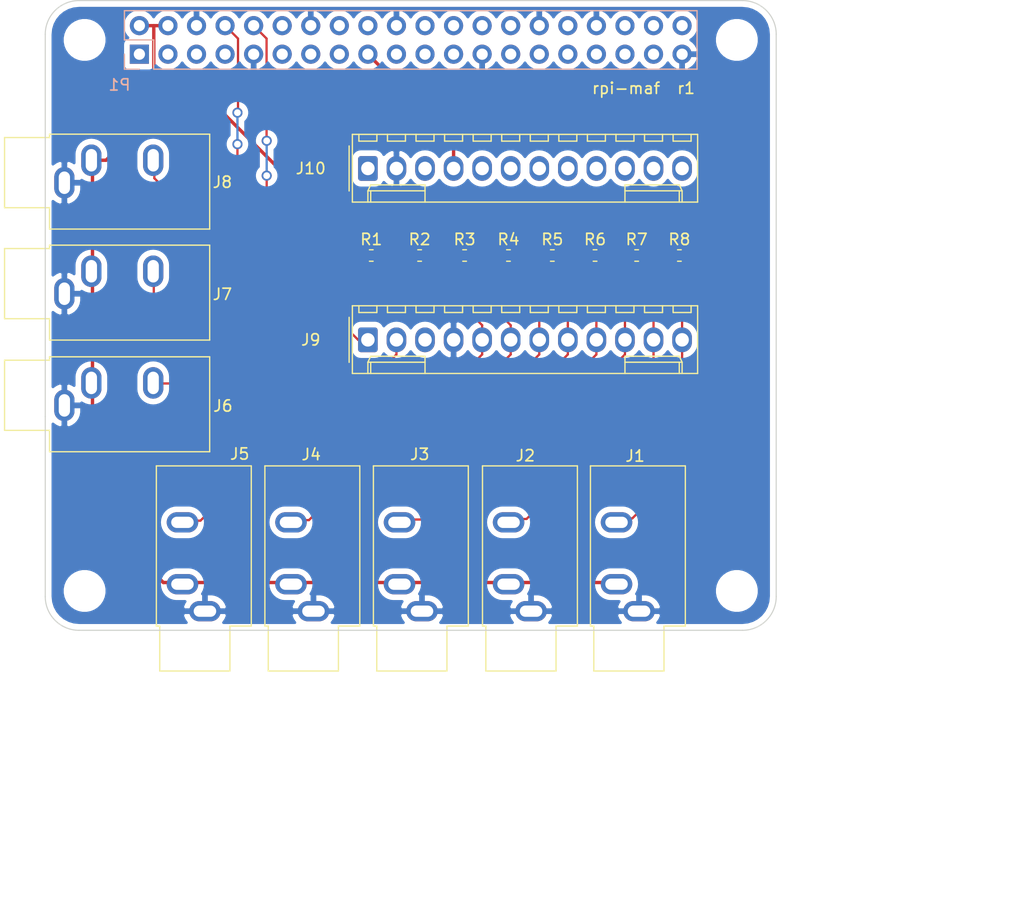
<source format=kicad_pcb>
(kicad_pcb (version 20171130) (host pcbnew 5.1.5+dfsg1-2build2)

  (general
    (thickness 1.6)
    (drawings 27)
    (tracks 127)
    (zones 0)
    (modules 23)
    (nets 51)
  )

  (page A3)
  (title_block
    (date "15 nov 2012")
  )

  (layers
    (0 F.Cu signal)
    (31 B.Cu signal hide)
    (32 B.Adhes user)
    (33 F.Adhes user)
    (34 B.Paste user)
    (35 F.Paste user)
    (36 B.SilkS user)
    (37 F.SilkS user)
    (38 B.Mask user)
    (39 F.Mask user)
    (40 Dwgs.User user)
    (41 Cmts.User user)
    (42 Eco1.User user)
    (43 Eco2.User user)
    (44 Edge.Cuts user)
    (45 Margin user)
    (46 B.CrtYd user)
    (47 F.CrtYd user)
  )

  (setup
    (last_trace_width 0.2)
    (user_trace_width 0.3)
    (trace_clearance 0.2)
    (zone_clearance 0.508)
    (zone_45_only no)
    (trace_min 0.1524)
    (via_size 0.9)
    (via_drill 0.6)
    (via_min_size 0.8)
    (via_min_drill 0.5)
    (uvia_size 0.5)
    (uvia_drill 0.1)
    (uvias_allowed no)
    (uvia_min_size 0.5)
    (uvia_min_drill 0.1)
    (edge_width 0.1)
    (segment_width 0.1)
    (pcb_text_width 0.1)
    (pcb_text_size 1 1)
    (mod_edge_width 0.15)
    (mod_text_size 1 1)
    (mod_text_width 0.15)
    (pad_size 2.5 2.5)
    (pad_drill 2.5)
    (pad_to_mask_clearance 0)
    (aux_axis_origin 200 150)
    (grid_origin 200 150)
    (visible_elements 7FFFF7FF)
    (pcbplotparams
      (layerselection 0x00030_80000001)
      (usegerberextensions true)
      (usegerberattributes false)
      (usegerberadvancedattributes false)
      (creategerberjobfile false)
      (excludeedgelayer true)
      (linewidth 0.150000)
      (plotframeref false)
      (viasonmask false)
      (mode 1)
      (useauxorigin false)
      (hpglpennumber 1)
      (hpglpenspeed 20)
      (hpglpendiameter 15.000000)
      (psnegative false)
      (psa4output false)
      (plotreference true)
      (plotvalue true)
      (plotinvisibletext false)
      (padsonsilk false)
      (subtractmaskfromsilk false)
      (outputformat 1)
      (mirror false)
      (drillshape 1)
      (scaleselection 1)
      (outputdirectory ""))
  )

  (net 0 "")
  (net 1 +3V3)
  (net 2 +5V)
  (net 3 GND)
  (net 4 /ID_SD)
  (net 5 /ID_SC)
  (net 6 /GPIO5)
  (net 7 /GPIO6)
  (net 8 /GPIO26)
  (net 9 "/GPIO2(SDA1)")
  (net 10 "/GPIO3(SCL1)")
  (net 11 "/GPIO4(GCLK)")
  (net 12 "/GPIO14(TXD0)")
  (net 13 "/GPIO15(RXD0)")
  (net 14 "/GPIO17(GEN0)")
  (net 15 "/GPIO27(GEN2)")
  (net 16 "/GPIO22(GEN3)")
  (net 17 "/GPIO23(GEN4)")
  (net 18 "/GPIO24(GEN5)")
  (net 19 "/GPIO25(GEN6)")
  (net 20 "/GPIO18(GEN1)(PWM0)")
  (net 21 "/GPIO10(SPI0_MOSI)")
  (net 22 "/GPIO9(SPI0_MISO)")
  (net 23 "/GPIO11(SPI0_SCK)")
  (net 24 "/GPIO8(SPI0_CE_N)")
  (net 25 "/GPIO7(SPI1_CE_N)")
  (net 26 "/GPIO12(PWM0)")
  (net 27 "/GPIO13(PWM1)")
  (net 28 "/GPIO19(SPI1_MISO)")
  (net 29 /GPIO16)
  (net 30 "/GPIO20(SPI1_MOSI)")
  (net 31 "/GPIO21(SPI1_SCK)")
  (net 32 "Net-(J1-PadR)")
  (net 33 "Net-(J2-PadR)")
  (net 34 "Net-(J3-PadR)")
  (net 35 "Net-(J4-PadR)")
  (net 36 "Net-(J5-PadR)")
  (net 37 "Net-(J6-PadR)")
  (net 38 "Net-(J7-PadR)")
  (net 39 "Net-(J8-PadR)")
  (net 40 "Net-(J9-Pad3)")
  (net 41 "Net-(J10-Pad12)")
  (net 42 "Net-(J10-Pad11)")
  (net 43 "Net-(J10-Pad10)")
  (net 44 "Net-(J10-Pad9)")
  (net 45 "Net-(J10-Pad8)")
  (net 46 "Net-(J10-Pad7)")
  (net 47 "Net-(J10-Pad6)")
  (net 48 "Net-(J10-Pad5)")
  (net 49 "Net-(J10-Pad3)")
  (net 50 "Net-(J10-Pad1)")

  (net_class Default "This is the default net class."
    (clearance 0.2)
    (trace_width 0.2)
    (via_dia 0.9)
    (via_drill 0.6)
    (uvia_dia 0.5)
    (uvia_drill 0.1)
    (add_net +3V3)
    (add_net +5V)
    (add_net "/GPIO10(SPI0_MOSI)")
    (add_net "/GPIO11(SPI0_SCK)")
    (add_net "/GPIO12(PWM0)")
    (add_net "/GPIO13(PWM1)")
    (add_net "/GPIO14(TXD0)")
    (add_net "/GPIO15(RXD0)")
    (add_net /GPIO16)
    (add_net "/GPIO17(GEN0)")
    (add_net "/GPIO18(GEN1)(PWM0)")
    (add_net "/GPIO19(SPI1_MISO)")
    (add_net "/GPIO2(SDA1)")
    (add_net "/GPIO20(SPI1_MOSI)")
    (add_net "/GPIO21(SPI1_SCK)")
    (add_net "/GPIO22(GEN3)")
    (add_net "/GPIO23(GEN4)")
    (add_net "/GPIO24(GEN5)")
    (add_net "/GPIO25(GEN6)")
    (add_net /GPIO26)
    (add_net "/GPIO27(GEN2)")
    (add_net "/GPIO3(SCL1)")
    (add_net "/GPIO4(GCLK)")
    (add_net /GPIO5)
    (add_net /GPIO6)
    (add_net "/GPIO7(SPI1_CE_N)")
    (add_net "/GPIO8(SPI0_CE_N)")
    (add_net "/GPIO9(SPI0_MISO)")
    (add_net /ID_SC)
    (add_net /ID_SD)
    (add_net GND)
    (add_net "Net-(J1-PadR)")
    (add_net "Net-(J10-Pad1)")
    (add_net "Net-(J10-Pad10)")
    (add_net "Net-(J10-Pad11)")
    (add_net "Net-(J10-Pad12)")
    (add_net "Net-(J10-Pad3)")
    (add_net "Net-(J10-Pad5)")
    (add_net "Net-(J10-Pad6)")
    (add_net "Net-(J10-Pad7)")
    (add_net "Net-(J10-Pad8)")
    (add_net "Net-(J10-Pad9)")
    (add_net "Net-(J2-PadR)")
    (add_net "Net-(J3-PadR)")
    (add_net "Net-(J4-PadR)")
    (add_net "Net-(J5-PadR)")
    (add_net "Net-(J6-PadR)")
    (add_net "Net-(J7-PadR)")
    (add_net "Net-(J8-PadR)")
    (add_net "Net-(J9-Pad3)")
  )

  (net_class Power ""
    (clearance 0.2)
    (trace_width 0.5)
    (via_dia 1)
    (via_drill 0.7)
    (uvia_dia 0.5)
    (uvia_drill 0.1)
  )

  (module Resistor_SMD:R_0603_1608Metric (layer F.Cu) (tedit 5B301BBD) (tstamp 5F921F96)
    (at 256.39 116.67)
    (descr "Resistor SMD 0603 (1608 Metric), square (rectangular) end terminal, IPC_7351 nominal, (Body size source: http://www.tortai-tech.com/upload/download/2011102023233369053.pdf), generated with kicad-footprint-generator")
    (tags resistor)
    (path /5F93CAD4)
    (attr smd)
    (fp_text reference R8 (at 0 -1.43) (layer F.SilkS)
      (effects (font (size 1 1) (thickness 0.15)))
    )
    (fp_text value R_Small (at 0 1.43) (layer F.Fab)
      (effects (font (size 1 1) (thickness 0.15)))
    )
    (fp_text user %R (at 0 0) (layer F.Fab)
      (effects (font (size 0.4 0.4) (thickness 0.06)))
    )
    (fp_line (start 1.48 0.73) (end -1.48 0.73) (layer F.CrtYd) (width 0.05))
    (fp_line (start 1.48 -0.73) (end 1.48 0.73) (layer F.CrtYd) (width 0.05))
    (fp_line (start -1.48 -0.73) (end 1.48 -0.73) (layer F.CrtYd) (width 0.05))
    (fp_line (start -1.48 0.73) (end -1.48 -0.73) (layer F.CrtYd) (width 0.05))
    (fp_line (start -0.162779 0.51) (end 0.162779 0.51) (layer F.SilkS) (width 0.12))
    (fp_line (start -0.162779 -0.51) (end 0.162779 -0.51) (layer F.SilkS) (width 0.12))
    (fp_line (start 0.8 0.4) (end -0.8 0.4) (layer F.Fab) (width 0.1))
    (fp_line (start 0.8 -0.4) (end 0.8 0.4) (layer F.Fab) (width 0.1))
    (fp_line (start -0.8 -0.4) (end 0.8 -0.4) (layer F.Fab) (width 0.1))
    (fp_line (start -0.8 0.4) (end -0.8 -0.4) (layer F.Fab) (width 0.1))
    (pad 2 smd roundrect (at 0.7875 0) (size 0.875 0.95) (layers F.Cu F.Paste F.Mask) (roundrect_rratio 0.25)
      (net 32 "Net-(J1-PadR)"))
    (pad 1 smd roundrect (at -0.7875 0) (size 0.875 0.95) (layers F.Cu F.Paste F.Mask) (roundrect_rratio 0.25)
      (net 2 +5V))
    (model ${KISYS3DMOD}/Resistor_SMD.3dshapes/R_0603_1608Metric.wrl
      (at (xyz 0 0 0))
      (scale (xyz 1 1 1))
      (rotate (xyz 0 0 0))
    )
  )

  (module Resistor_SMD:R_0603_1608Metric (layer F.Cu) (tedit 5B301BBD) (tstamp 5F8F8DF7)
    (at 252.59 116.67)
    (descr "Resistor SMD 0603 (1608 Metric), square (rectangular) end terminal, IPC_7351 nominal, (Body size source: http://www.tortai-tech.com/upload/download/2011102023233369053.pdf), generated with kicad-footprint-generator")
    (tags resistor)
    (path /5F93949C)
    (attr smd)
    (fp_text reference R7 (at 0 -1.43) (layer F.SilkS)
      (effects (font (size 1 1) (thickness 0.15)))
    )
    (fp_text value R_Small (at 0 1.43) (layer F.Fab)
      (effects (font (size 1 1) (thickness 0.15)))
    )
    (fp_text user %R (at 0 0) (layer F.Fab)
      (effects (font (size 0.4 0.4) (thickness 0.06)))
    )
    (fp_line (start 1.48 0.73) (end -1.48 0.73) (layer F.CrtYd) (width 0.05))
    (fp_line (start 1.48 -0.73) (end 1.48 0.73) (layer F.CrtYd) (width 0.05))
    (fp_line (start -1.48 -0.73) (end 1.48 -0.73) (layer F.CrtYd) (width 0.05))
    (fp_line (start -1.48 0.73) (end -1.48 -0.73) (layer F.CrtYd) (width 0.05))
    (fp_line (start -0.162779 0.51) (end 0.162779 0.51) (layer F.SilkS) (width 0.12))
    (fp_line (start -0.162779 -0.51) (end 0.162779 -0.51) (layer F.SilkS) (width 0.12))
    (fp_line (start 0.8 0.4) (end -0.8 0.4) (layer F.Fab) (width 0.1))
    (fp_line (start 0.8 -0.4) (end 0.8 0.4) (layer F.Fab) (width 0.1))
    (fp_line (start -0.8 -0.4) (end 0.8 -0.4) (layer F.Fab) (width 0.1))
    (fp_line (start -0.8 0.4) (end -0.8 -0.4) (layer F.Fab) (width 0.1))
    (pad 2 smd roundrect (at 0.7875 0) (size 0.875 0.95) (layers F.Cu F.Paste F.Mask) (roundrect_rratio 0.25)
      (net 33 "Net-(J2-PadR)"))
    (pad 1 smd roundrect (at -0.7875 0) (size 0.875 0.95) (layers F.Cu F.Paste F.Mask) (roundrect_rratio 0.25)
      (net 2 +5V))
    (model ${KISYS3DMOD}/Resistor_SMD.3dshapes/R_0603_1608Metric.wrl
      (at (xyz 0 0 0))
      (scale (xyz 1 1 1))
      (rotate (xyz 0 0 0))
    )
  )

  (module Resistor_SMD:R_0603_1608Metric (layer F.Cu) (tedit 5B301BBD) (tstamp 5F8F8DE6)
    (at 248.89 116.67)
    (descr "Resistor SMD 0603 (1608 Metric), square (rectangular) end terminal, IPC_7351 nominal, (Body size source: http://www.tortai-tech.com/upload/download/2011102023233369053.pdf), generated with kicad-footprint-generator")
    (tags resistor)
    (path /5F936423)
    (attr smd)
    (fp_text reference R6 (at 0 -1.43) (layer F.SilkS)
      (effects (font (size 1 1) (thickness 0.15)))
    )
    (fp_text value R_Small (at 0 1.43) (layer F.Fab)
      (effects (font (size 1 1) (thickness 0.15)))
    )
    (fp_text user %R (at 0 0) (layer F.Fab)
      (effects (font (size 0.4 0.4) (thickness 0.06)))
    )
    (fp_line (start 1.48 0.73) (end -1.48 0.73) (layer F.CrtYd) (width 0.05))
    (fp_line (start 1.48 -0.73) (end 1.48 0.73) (layer F.CrtYd) (width 0.05))
    (fp_line (start -1.48 -0.73) (end 1.48 -0.73) (layer F.CrtYd) (width 0.05))
    (fp_line (start -1.48 0.73) (end -1.48 -0.73) (layer F.CrtYd) (width 0.05))
    (fp_line (start -0.162779 0.51) (end 0.162779 0.51) (layer F.SilkS) (width 0.12))
    (fp_line (start -0.162779 -0.51) (end 0.162779 -0.51) (layer F.SilkS) (width 0.12))
    (fp_line (start 0.8 0.4) (end -0.8 0.4) (layer F.Fab) (width 0.1))
    (fp_line (start 0.8 -0.4) (end 0.8 0.4) (layer F.Fab) (width 0.1))
    (fp_line (start -0.8 -0.4) (end 0.8 -0.4) (layer F.Fab) (width 0.1))
    (fp_line (start -0.8 0.4) (end -0.8 -0.4) (layer F.Fab) (width 0.1))
    (pad 2 smd roundrect (at 0.7875 0) (size 0.875 0.95) (layers F.Cu F.Paste F.Mask) (roundrect_rratio 0.25)
      (net 34 "Net-(J3-PadR)"))
    (pad 1 smd roundrect (at -0.7875 0) (size 0.875 0.95) (layers F.Cu F.Paste F.Mask) (roundrect_rratio 0.25)
      (net 2 +5V))
    (model ${KISYS3DMOD}/Resistor_SMD.3dshapes/R_0603_1608Metric.wrl
      (at (xyz 0 0 0))
      (scale (xyz 1 1 1))
      (rotate (xyz 0 0 0))
    )
  )

  (module Resistor_SMD:R_0603_1608Metric (layer F.Cu) (tedit 5B301BBD) (tstamp 5F8F8DD5)
    (at 245.09 116.67)
    (descr "Resistor SMD 0603 (1608 Metric), square (rectangular) end terminal, IPC_7351 nominal, (Body size source: http://www.tortai-tech.com/upload/download/2011102023233369053.pdf), generated with kicad-footprint-generator")
    (tags resistor)
    (path /5F9339F3)
    (attr smd)
    (fp_text reference R5 (at 0 -1.43) (layer F.SilkS)
      (effects (font (size 1 1) (thickness 0.15)))
    )
    (fp_text value R_Small (at 0 1.43) (layer F.Fab)
      (effects (font (size 1 1) (thickness 0.15)))
    )
    (fp_text user %R (at 0 0) (layer F.Fab)
      (effects (font (size 0.4 0.4) (thickness 0.06)))
    )
    (fp_line (start 1.48 0.73) (end -1.48 0.73) (layer F.CrtYd) (width 0.05))
    (fp_line (start 1.48 -0.73) (end 1.48 0.73) (layer F.CrtYd) (width 0.05))
    (fp_line (start -1.48 -0.73) (end 1.48 -0.73) (layer F.CrtYd) (width 0.05))
    (fp_line (start -1.48 0.73) (end -1.48 -0.73) (layer F.CrtYd) (width 0.05))
    (fp_line (start -0.162779 0.51) (end 0.162779 0.51) (layer F.SilkS) (width 0.12))
    (fp_line (start -0.162779 -0.51) (end 0.162779 -0.51) (layer F.SilkS) (width 0.12))
    (fp_line (start 0.8 0.4) (end -0.8 0.4) (layer F.Fab) (width 0.1))
    (fp_line (start 0.8 -0.4) (end 0.8 0.4) (layer F.Fab) (width 0.1))
    (fp_line (start -0.8 -0.4) (end 0.8 -0.4) (layer F.Fab) (width 0.1))
    (fp_line (start -0.8 0.4) (end -0.8 -0.4) (layer F.Fab) (width 0.1))
    (pad 2 smd roundrect (at 0.7875 0) (size 0.875 0.95) (layers F.Cu F.Paste F.Mask) (roundrect_rratio 0.25)
      (net 35 "Net-(J4-PadR)"))
    (pad 1 smd roundrect (at -0.7875 0) (size 0.875 0.95) (layers F.Cu F.Paste F.Mask) (roundrect_rratio 0.25)
      (net 2 +5V))
    (model ${KISYS3DMOD}/Resistor_SMD.3dshapes/R_0603_1608Metric.wrl
      (at (xyz 0 0 0))
      (scale (xyz 1 1 1))
      (rotate (xyz 0 0 0))
    )
  )

  (module Resistor_SMD:R_0603_1608Metric (layer F.Cu) (tedit 5B301BBD) (tstamp 5F8F8DC4)
    (at 241.19 116.67)
    (descr "Resistor SMD 0603 (1608 Metric), square (rectangular) end terminal, IPC_7351 nominal, (Body size source: http://www.tortai-tech.com/upload/download/2011102023233369053.pdf), generated with kicad-footprint-generator")
    (tags resistor)
    (path /5F9313B6)
    (attr smd)
    (fp_text reference R4 (at 0 -1.43) (layer F.SilkS)
      (effects (font (size 1 1) (thickness 0.15)))
    )
    (fp_text value R_Small (at 0 1.43) (layer F.Fab)
      (effects (font (size 1 1) (thickness 0.15)))
    )
    (fp_text user %R (at 0 0) (layer F.Fab)
      (effects (font (size 0.4 0.4) (thickness 0.06)))
    )
    (fp_line (start 1.48 0.73) (end -1.48 0.73) (layer F.CrtYd) (width 0.05))
    (fp_line (start 1.48 -0.73) (end 1.48 0.73) (layer F.CrtYd) (width 0.05))
    (fp_line (start -1.48 -0.73) (end 1.48 -0.73) (layer F.CrtYd) (width 0.05))
    (fp_line (start -1.48 0.73) (end -1.48 -0.73) (layer F.CrtYd) (width 0.05))
    (fp_line (start -0.162779 0.51) (end 0.162779 0.51) (layer F.SilkS) (width 0.12))
    (fp_line (start -0.162779 -0.51) (end 0.162779 -0.51) (layer F.SilkS) (width 0.12))
    (fp_line (start 0.8 0.4) (end -0.8 0.4) (layer F.Fab) (width 0.1))
    (fp_line (start 0.8 -0.4) (end 0.8 0.4) (layer F.Fab) (width 0.1))
    (fp_line (start -0.8 -0.4) (end 0.8 -0.4) (layer F.Fab) (width 0.1))
    (fp_line (start -0.8 0.4) (end -0.8 -0.4) (layer F.Fab) (width 0.1))
    (pad 2 smd roundrect (at 0.7875 0) (size 0.875 0.95) (layers F.Cu F.Paste F.Mask) (roundrect_rratio 0.25)
      (net 36 "Net-(J5-PadR)"))
    (pad 1 smd roundrect (at -0.7875 0) (size 0.875 0.95) (layers F.Cu F.Paste F.Mask) (roundrect_rratio 0.25)
      (net 2 +5V))
    (model ${KISYS3DMOD}/Resistor_SMD.3dshapes/R_0603_1608Metric.wrl
      (at (xyz 0 0 0))
      (scale (xyz 1 1 1))
      (rotate (xyz 0 0 0))
    )
  )

  (module Resistor_SMD:R_0603_1608Metric (layer F.Cu) (tedit 5B301BBD) (tstamp 5F8F8DB3)
    (at 237.29 116.67)
    (descr "Resistor SMD 0603 (1608 Metric), square (rectangular) end terminal, IPC_7351 nominal, (Body size source: http://www.tortai-tech.com/upload/download/2011102023233369053.pdf), generated with kicad-footprint-generator")
    (tags resistor)
    (path /5F92EF02)
    (attr smd)
    (fp_text reference R3 (at 0 -1.43) (layer F.SilkS)
      (effects (font (size 1 1) (thickness 0.15)))
    )
    (fp_text value R_Small (at 0 1.43) (layer F.Fab)
      (effects (font (size 1 1) (thickness 0.15)))
    )
    (fp_text user %R (at 0 0) (layer F.Fab)
      (effects (font (size 0.4 0.4) (thickness 0.06)))
    )
    (fp_line (start 1.48 0.73) (end -1.48 0.73) (layer F.CrtYd) (width 0.05))
    (fp_line (start 1.48 -0.73) (end 1.48 0.73) (layer F.CrtYd) (width 0.05))
    (fp_line (start -1.48 -0.73) (end 1.48 -0.73) (layer F.CrtYd) (width 0.05))
    (fp_line (start -1.48 0.73) (end -1.48 -0.73) (layer F.CrtYd) (width 0.05))
    (fp_line (start -0.162779 0.51) (end 0.162779 0.51) (layer F.SilkS) (width 0.12))
    (fp_line (start -0.162779 -0.51) (end 0.162779 -0.51) (layer F.SilkS) (width 0.12))
    (fp_line (start 0.8 0.4) (end -0.8 0.4) (layer F.Fab) (width 0.1))
    (fp_line (start 0.8 -0.4) (end 0.8 0.4) (layer F.Fab) (width 0.1))
    (fp_line (start -0.8 -0.4) (end 0.8 -0.4) (layer F.Fab) (width 0.1))
    (fp_line (start -0.8 0.4) (end -0.8 -0.4) (layer F.Fab) (width 0.1))
    (pad 2 smd roundrect (at 0.7875 0) (size 0.875 0.95) (layers F.Cu F.Paste F.Mask) (roundrect_rratio 0.25)
      (net 37 "Net-(J6-PadR)"))
    (pad 1 smd roundrect (at -0.7875 0) (size 0.875 0.95) (layers F.Cu F.Paste F.Mask) (roundrect_rratio 0.25)
      (net 2 +5V))
    (model ${KISYS3DMOD}/Resistor_SMD.3dshapes/R_0603_1608Metric.wrl
      (at (xyz 0 0 0))
      (scale (xyz 1 1 1))
      (rotate (xyz 0 0 0))
    )
  )

  (module Resistor_SMD:R_0603_1608Metric (layer F.Cu) (tedit 5B301BBD) (tstamp 5F8F8DA2)
    (at 233.29 116.67)
    (descr "Resistor SMD 0603 (1608 Metric), square (rectangular) end terminal, IPC_7351 nominal, (Body size source: http://www.tortai-tech.com/upload/download/2011102023233369053.pdf), generated with kicad-footprint-generator")
    (tags resistor)
    (path /5F92CD21)
    (attr smd)
    (fp_text reference R2 (at 0 -1.43) (layer F.SilkS)
      (effects (font (size 1 1) (thickness 0.15)))
    )
    (fp_text value R_Small (at 0 1.43) (layer F.Fab)
      (effects (font (size 1 1) (thickness 0.15)))
    )
    (fp_text user %R (at 0 0) (layer F.Fab)
      (effects (font (size 0.4 0.4) (thickness 0.06)))
    )
    (fp_line (start 1.48 0.73) (end -1.48 0.73) (layer F.CrtYd) (width 0.05))
    (fp_line (start 1.48 -0.73) (end 1.48 0.73) (layer F.CrtYd) (width 0.05))
    (fp_line (start -1.48 -0.73) (end 1.48 -0.73) (layer F.CrtYd) (width 0.05))
    (fp_line (start -1.48 0.73) (end -1.48 -0.73) (layer F.CrtYd) (width 0.05))
    (fp_line (start -0.162779 0.51) (end 0.162779 0.51) (layer F.SilkS) (width 0.12))
    (fp_line (start -0.162779 -0.51) (end 0.162779 -0.51) (layer F.SilkS) (width 0.12))
    (fp_line (start 0.8 0.4) (end -0.8 0.4) (layer F.Fab) (width 0.1))
    (fp_line (start 0.8 -0.4) (end 0.8 0.4) (layer F.Fab) (width 0.1))
    (fp_line (start -0.8 -0.4) (end 0.8 -0.4) (layer F.Fab) (width 0.1))
    (fp_line (start -0.8 0.4) (end -0.8 -0.4) (layer F.Fab) (width 0.1))
    (pad 2 smd roundrect (at 0.7875 0) (size 0.875 0.95) (layers F.Cu F.Paste F.Mask) (roundrect_rratio 0.25)
      (net 38 "Net-(J7-PadR)"))
    (pad 1 smd roundrect (at -0.7875 0) (size 0.875 0.95) (layers F.Cu F.Paste F.Mask) (roundrect_rratio 0.25)
      (net 2 +5V))
    (model ${KISYS3DMOD}/Resistor_SMD.3dshapes/R_0603_1608Metric.wrl
      (at (xyz 0 0 0))
      (scale (xyz 1 1 1))
      (rotate (xyz 0 0 0))
    )
  )

  (module Resistor_SMD:R_0603_1608Metric (layer F.Cu) (tedit 5B301BBD) (tstamp 5F9220BD)
    (at 228.99 116.67)
    (descr "Resistor SMD 0603 (1608 Metric), square (rectangular) end terminal, IPC_7351 nominal, (Body size source: http://www.tortai-tech.com/upload/download/2011102023233369053.pdf), generated with kicad-footprint-generator")
    (tags resistor)
    (path /5F91436E)
    (attr smd)
    (fp_text reference R1 (at 0 -1.43) (layer F.SilkS)
      (effects (font (size 1 1) (thickness 0.15)))
    )
    (fp_text value R_Small (at 0 1.43) (layer F.Fab)
      (effects (font (size 1 1) (thickness 0.15)))
    )
    (fp_text user %R (at 0 0) (layer F.Fab)
      (effects (font (size 0.4 0.4) (thickness 0.06)))
    )
    (fp_line (start 1.48 0.73) (end -1.48 0.73) (layer F.CrtYd) (width 0.05))
    (fp_line (start 1.48 -0.73) (end 1.48 0.73) (layer F.CrtYd) (width 0.05))
    (fp_line (start -1.48 -0.73) (end 1.48 -0.73) (layer F.CrtYd) (width 0.05))
    (fp_line (start -1.48 0.73) (end -1.48 -0.73) (layer F.CrtYd) (width 0.05))
    (fp_line (start -0.162779 0.51) (end 0.162779 0.51) (layer F.SilkS) (width 0.12))
    (fp_line (start -0.162779 -0.51) (end 0.162779 -0.51) (layer F.SilkS) (width 0.12))
    (fp_line (start 0.8 0.4) (end -0.8 0.4) (layer F.Fab) (width 0.1))
    (fp_line (start 0.8 -0.4) (end 0.8 0.4) (layer F.Fab) (width 0.1))
    (fp_line (start -0.8 -0.4) (end 0.8 -0.4) (layer F.Fab) (width 0.1))
    (fp_line (start -0.8 0.4) (end -0.8 -0.4) (layer F.Fab) (width 0.1))
    (pad 2 smd roundrect (at 0.7875 0) (size 0.875 0.95) (layers F.Cu F.Paste F.Mask) (roundrect_rratio 0.25)
      (net 39 "Net-(J8-PadR)"))
    (pad 1 smd roundrect (at -0.7875 0) (size 0.875 0.95) (layers F.Cu F.Paste F.Mask) (roundrect_rratio 0.25)
      (net 2 +5V))
    (model ${KISYS3DMOD}/Resistor_SMD.3dshapes/R_0603_1608Metric.wrl
      (at (xyz 0 0 0))
      (scale (xyz 1 1 1))
      (rotate (xyz 0 0 0))
    )
  )

  (module Connector_Molex:Molex_KK-254_AE-6410-12A_1x12_P2.54mm_Vertical (layer F.Cu) (tedit 5B78013E) (tstamp 5F8F8CCE)
    (at 228.69 108.93)
    (descr "Molex KK-254 Interconnect System, old/engineering part number: AE-6410-12A example for new part number: 22-27-2121, 12 Pins (http://www.molex.com/pdm_docs/sd/022272021_sd.pdf), generated with kicad-footprint-generator")
    (tags "connector Molex KK-254 side entry")
    (path /5F9630CC)
    (fp_text reference J10 (at -5.08 0) (layer F.SilkS)
      (effects (font (size 1 1) (thickness 0.15)))
    )
    (fp_text value Conn_01x13_Female (at 13.97 4.08) (layer F.Fab)
      (effects (font (size 1 1) (thickness 0.15)))
    )
    (fp_text user %R (at 13.97 -2.22) (layer F.Fab)
      (effects (font (size 1 1) (thickness 0.15)))
    )
    (fp_line (start 29.71 -3.42) (end -1.77 -3.42) (layer F.CrtYd) (width 0.05))
    (fp_line (start 29.71 3.38) (end 29.71 -3.42) (layer F.CrtYd) (width 0.05))
    (fp_line (start -1.77 3.38) (end 29.71 3.38) (layer F.CrtYd) (width 0.05))
    (fp_line (start -1.77 -3.42) (end -1.77 3.38) (layer F.CrtYd) (width 0.05))
    (fp_line (start 28.74 -2.43) (end 28.74 -3.03) (layer F.SilkS) (width 0.12))
    (fp_line (start 27.14 -2.43) (end 28.74 -2.43) (layer F.SilkS) (width 0.12))
    (fp_line (start 27.14 -3.03) (end 27.14 -2.43) (layer F.SilkS) (width 0.12))
    (fp_line (start 26.2 -2.43) (end 26.2 -3.03) (layer F.SilkS) (width 0.12))
    (fp_line (start 24.6 -2.43) (end 26.2 -2.43) (layer F.SilkS) (width 0.12))
    (fp_line (start 24.6 -3.03) (end 24.6 -2.43) (layer F.SilkS) (width 0.12))
    (fp_line (start 23.66 -2.43) (end 23.66 -3.03) (layer F.SilkS) (width 0.12))
    (fp_line (start 22.06 -2.43) (end 23.66 -2.43) (layer F.SilkS) (width 0.12))
    (fp_line (start 22.06 -3.03) (end 22.06 -2.43) (layer F.SilkS) (width 0.12))
    (fp_line (start 21.12 -2.43) (end 21.12 -3.03) (layer F.SilkS) (width 0.12))
    (fp_line (start 19.52 -2.43) (end 21.12 -2.43) (layer F.SilkS) (width 0.12))
    (fp_line (start 19.52 -3.03) (end 19.52 -2.43) (layer F.SilkS) (width 0.12))
    (fp_line (start 18.58 -2.43) (end 18.58 -3.03) (layer F.SilkS) (width 0.12))
    (fp_line (start 16.98 -2.43) (end 18.58 -2.43) (layer F.SilkS) (width 0.12))
    (fp_line (start 16.98 -3.03) (end 16.98 -2.43) (layer F.SilkS) (width 0.12))
    (fp_line (start 16.04 -2.43) (end 16.04 -3.03) (layer F.SilkS) (width 0.12))
    (fp_line (start 14.44 -2.43) (end 16.04 -2.43) (layer F.SilkS) (width 0.12))
    (fp_line (start 14.44 -3.03) (end 14.44 -2.43) (layer F.SilkS) (width 0.12))
    (fp_line (start 13.5 -2.43) (end 13.5 -3.03) (layer F.SilkS) (width 0.12))
    (fp_line (start 11.9 -2.43) (end 13.5 -2.43) (layer F.SilkS) (width 0.12))
    (fp_line (start 11.9 -3.03) (end 11.9 -2.43) (layer F.SilkS) (width 0.12))
    (fp_line (start 10.96 -2.43) (end 10.96 -3.03) (layer F.SilkS) (width 0.12))
    (fp_line (start 9.36 -2.43) (end 10.96 -2.43) (layer F.SilkS) (width 0.12))
    (fp_line (start 9.36 -3.03) (end 9.36 -2.43) (layer F.SilkS) (width 0.12))
    (fp_line (start 8.42 -2.43) (end 8.42 -3.03) (layer F.SilkS) (width 0.12))
    (fp_line (start 6.82 -2.43) (end 8.42 -2.43) (layer F.SilkS) (width 0.12))
    (fp_line (start 6.82 -3.03) (end 6.82 -2.43) (layer F.SilkS) (width 0.12))
    (fp_line (start 5.88 -2.43) (end 5.88 -3.03) (layer F.SilkS) (width 0.12))
    (fp_line (start 4.28 -2.43) (end 5.88 -2.43) (layer F.SilkS) (width 0.12))
    (fp_line (start 4.28 -3.03) (end 4.28 -2.43) (layer F.SilkS) (width 0.12))
    (fp_line (start 3.34 -2.43) (end 3.34 -3.03) (layer F.SilkS) (width 0.12))
    (fp_line (start 1.74 -2.43) (end 3.34 -2.43) (layer F.SilkS) (width 0.12))
    (fp_line (start 1.74 -3.03) (end 1.74 -2.43) (layer F.SilkS) (width 0.12))
    (fp_line (start 0.8 -2.43) (end 0.8 -3.03) (layer F.SilkS) (width 0.12))
    (fp_line (start -0.8 -2.43) (end 0.8 -2.43) (layer F.SilkS) (width 0.12))
    (fp_line (start -0.8 -3.03) (end -0.8 -2.43) (layer F.SilkS) (width 0.12))
    (fp_line (start 27.69 2.99) (end 27.69 1.99) (layer F.SilkS) (width 0.12))
    (fp_line (start 22.86 1.46) (end 22.86 1.99) (layer F.SilkS) (width 0.12))
    (fp_line (start 27.69 1.46) (end 22.86 1.46) (layer F.SilkS) (width 0.12))
    (fp_line (start 27.94 1.99) (end 27.69 1.46) (layer F.SilkS) (width 0.12))
    (fp_line (start 22.86 1.99) (end 22.86 2.99) (layer F.SilkS) (width 0.12))
    (fp_line (start 27.94 1.99) (end 22.86 1.99) (layer F.SilkS) (width 0.12))
    (fp_line (start 27.94 2.99) (end 27.94 1.99) (layer F.SilkS) (width 0.12))
    (fp_line (start 0.25 2.99) (end 0.25 1.99) (layer F.SilkS) (width 0.12))
    (fp_line (start 5.08 1.46) (end 5.08 1.99) (layer F.SilkS) (width 0.12))
    (fp_line (start 0.25 1.46) (end 5.08 1.46) (layer F.SilkS) (width 0.12))
    (fp_line (start 0 1.99) (end 0.25 1.46) (layer F.SilkS) (width 0.12))
    (fp_line (start 5.08 1.99) (end 5.08 2.99) (layer F.SilkS) (width 0.12))
    (fp_line (start 0 1.99) (end 5.08 1.99) (layer F.SilkS) (width 0.12))
    (fp_line (start 0 2.99) (end 0 1.99) (layer F.SilkS) (width 0.12))
    (fp_line (start -0.562893 0) (end -1.27 0.5) (layer F.Fab) (width 0.1))
    (fp_line (start -1.27 -0.5) (end -0.562893 0) (layer F.Fab) (width 0.1))
    (fp_line (start -1.67 -2) (end -1.67 2) (layer F.SilkS) (width 0.12))
    (fp_line (start 29.32 -3.03) (end -1.38 -3.03) (layer F.SilkS) (width 0.12))
    (fp_line (start 29.32 2.99) (end 29.32 -3.03) (layer F.SilkS) (width 0.12))
    (fp_line (start -1.38 2.99) (end 29.32 2.99) (layer F.SilkS) (width 0.12))
    (fp_line (start -1.38 -3.03) (end -1.38 2.99) (layer F.SilkS) (width 0.12))
    (fp_line (start 29.21 -2.92) (end -1.27 -2.92) (layer F.Fab) (width 0.1))
    (fp_line (start 29.21 2.88) (end 29.21 -2.92) (layer F.Fab) (width 0.1))
    (fp_line (start -1.27 2.88) (end 29.21 2.88) (layer F.Fab) (width 0.1))
    (fp_line (start -1.27 -2.92) (end -1.27 2.88) (layer F.Fab) (width 0.1))
    (pad 12 thru_hole oval (at 27.94 0) (size 1.74 2.2) (drill 1.2) (layers *.Cu *.Mask)
      (net 41 "Net-(J10-Pad12)"))
    (pad 11 thru_hole oval (at 25.4 0) (size 1.74 2.2) (drill 1.2) (layers *.Cu *.Mask)
      (net 42 "Net-(J10-Pad11)"))
    (pad 10 thru_hole oval (at 22.86 0) (size 1.74 2.2) (drill 1.2) (layers *.Cu *.Mask)
      (net 43 "Net-(J10-Pad10)"))
    (pad 9 thru_hole oval (at 20.32 0) (size 1.74 2.2) (drill 1.2) (layers *.Cu *.Mask)
      (net 44 "Net-(J10-Pad9)"))
    (pad 8 thru_hole oval (at 17.78 0) (size 1.74 2.2) (drill 1.2) (layers *.Cu *.Mask)
      (net 45 "Net-(J10-Pad8)"))
    (pad 7 thru_hole oval (at 15.24 0) (size 1.74 2.2) (drill 1.2) (layers *.Cu *.Mask)
      (net 46 "Net-(J10-Pad7)"))
    (pad 6 thru_hole oval (at 12.7 0) (size 1.74 2.2) (drill 1.2) (layers *.Cu *.Mask)
      (net 47 "Net-(J10-Pad6)"))
    (pad 5 thru_hole oval (at 10.16 0) (size 1.74 2.2) (drill 1.2) (layers *.Cu *.Mask)
      (net 48 "Net-(J10-Pad5)"))
    (pad 4 thru_hole oval (at 7.62 0) (size 1.74 2.2) (drill 1.2) (layers *.Cu *.Mask)
      (net 1 +3V3))
    (pad 3 thru_hole oval (at 5.08 0) (size 1.74 2.2) (drill 1.2) (layers *.Cu *.Mask)
      (net 49 "Net-(J10-Pad3)"))
    (pad 2 thru_hole oval (at 2.54 0) (size 1.74 2.2) (drill 1.2) (layers *.Cu *.Mask)
      (net 3 GND))
    (pad 1 thru_hole roundrect (at 0 0) (size 1.74 2.2) (drill 1.2) (layers *.Cu *.Mask) (roundrect_rratio 0.143678)
      (net 50 "Net-(J10-Pad1)"))
    (model ${KISYS3DMOD}/Connector_Molex.3dshapes/Molex_KK-254_AE-6410-12A_1x12_P2.54mm_Vertical.wrl
      (at (xyz 0 0 0))
      (scale (xyz 1 1 1))
      (rotate (xyz 0 0 0))
    )
  )

  (module Connector_Molex:Molex_KK-254_AE-6410-12A_1x12_P2.54mm_Vertical (layer F.Cu) (tedit 5B78013E) (tstamp 5F8F8C7C)
    (at 228.69 124.17)
    (descr "Molex KK-254 Interconnect System, old/engineering part number: AE-6410-12A example for new part number: 22-27-2121, 12 Pins (http://www.molex.com/pdm_docs/sd/022272021_sd.pdf), generated with kicad-footprint-generator")
    (tags "connector Molex KK-254 side entry")
    (path /5F902581)
    (fp_text reference J9 (at -5.08 0) (layer F.SilkS)
      (effects (font (size 1 1) (thickness 0.15)))
    )
    (fp_text value Conn_01x13_Female (at 13.97 4.08) (layer F.Fab)
      (effects (font (size 1 1) (thickness 0.15)))
    )
    (fp_text user %R (at 13.97 -2.22) (layer F.Fab)
      (effects (font (size 1 1) (thickness 0.15)))
    )
    (fp_line (start 29.71 -3.42) (end -1.77 -3.42) (layer F.CrtYd) (width 0.05))
    (fp_line (start 29.71 3.38) (end 29.71 -3.42) (layer F.CrtYd) (width 0.05))
    (fp_line (start -1.77 3.38) (end 29.71 3.38) (layer F.CrtYd) (width 0.05))
    (fp_line (start -1.77 -3.42) (end -1.77 3.38) (layer F.CrtYd) (width 0.05))
    (fp_line (start 28.74 -2.43) (end 28.74 -3.03) (layer F.SilkS) (width 0.12))
    (fp_line (start 27.14 -2.43) (end 28.74 -2.43) (layer F.SilkS) (width 0.12))
    (fp_line (start 27.14 -3.03) (end 27.14 -2.43) (layer F.SilkS) (width 0.12))
    (fp_line (start 26.2 -2.43) (end 26.2 -3.03) (layer F.SilkS) (width 0.12))
    (fp_line (start 24.6 -2.43) (end 26.2 -2.43) (layer F.SilkS) (width 0.12))
    (fp_line (start 24.6 -3.03) (end 24.6 -2.43) (layer F.SilkS) (width 0.12))
    (fp_line (start 23.66 -2.43) (end 23.66 -3.03) (layer F.SilkS) (width 0.12))
    (fp_line (start 22.06 -2.43) (end 23.66 -2.43) (layer F.SilkS) (width 0.12))
    (fp_line (start 22.06 -3.03) (end 22.06 -2.43) (layer F.SilkS) (width 0.12))
    (fp_line (start 21.12 -2.43) (end 21.12 -3.03) (layer F.SilkS) (width 0.12))
    (fp_line (start 19.52 -2.43) (end 21.12 -2.43) (layer F.SilkS) (width 0.12))
    (fp_line (start 19.52 -3.03) (end 19.52 -2.43) (layer F.SilkS) (width 0.12))
    (fp_line (start 18.58 -2.43) (end 18.58 -3.03) (layer F.SilkS) (width 0.12))
    (fp_line (start 16.98 -2.43) (end 18.58 -2.43) (layer F.SilkS) (width 0.12))
    (fp_line (start 16.98 -3.03) (end 16.98 -2.43) (layer F.SilkS) (width 0.12))
    (fp_line (start 16.04 -2.43) (end 16.04 -3.03) (layer F.SilkS) (width 0.12))
    (fp_line (start 14.44 -2.43) (end 16.04 -2.43) (layer F.SilkS) (width 0.12))
    (fp_line (start 14.44 -3.03) (end 14.44 -2.43) (layer F.SilkS) (width 0.12))
    (fp_line (start 13.5 -2.43) (end 13.5 -3.03) (layer F.SilkS) (width 0.12))
    (fp_line (start 11.9 -2.43) (end 13.5 -2.43) (layer F.SilkS) (width 0.12))
    (fp_line (start 11.9 -3.03) (end 11.9 -2.43) (layer F.SilkS) (width 0.12))
    (fp_line (start 10.96 -2.43) (end 10.96 -3.03) (layer F.SilkS) (width 0.12))
    (fp_line (start 9.36 -2.43) (end 10.96 -2.43) (layer F.SilkS) (width 0.12))
    (fp_line (start 9.36 -3.03) (end 9.36 -2.43) (layer F.SilkS) (width 0.12))
    (fp_line (start 8.42 -2.43) (end 8.42 -3.03) (layer F.SilkS) (width 0.12))
    (fp_line (start 6.82 -2.43) (end 8.42 -2.43) (layer F.SilkS) (width 0.12))
    (fp_line (start 6.82 -3.03) (end 6.82 -2.43) (layer F.SilkS) (width 0.12))
    (fp_line (start 5.88 -2.43) (end 5.88 -3.03) (layer F.SilkS) (width 0.12))
    (fp_line (start 4.28 -2.43) (end 5.88 -2.43) (layer F.SilkS) (width 0.12))
    (fp_line (start 4.28 -3.03) (end 4.28 -2.43) (layer F.SilkS) (width 0.12))
    (fp_line (start 3.34 -2.43) (end 3.34 -3.03) (layer F.SilkS) (width 0.12))
    (fp_line (start 1.74 -2.43) (end 3.34 -2.43) (layer F.SilkS) (width 0.12))
    (fp_line (start 1.74 -3.03) (end 1.74 -2.43) (layer F.SilkS) (width 0.12))
    (fp_line (start 0.8 -2.43) (end 0.8 -3.03) (layer F.SilkS) (width 0.12))
    (fp_line (start -0.8 -2.43) (end 0.8 -2.43) (layer F.SilkS) (width 0.12))
    (fp_line (start -0.8 -3.03) (end -0.8 -2.43) (layer F.SilkS) (width 0.12))
    (fp_line (start 27.69 2.99) (end 27.69 1.99) (layer F.SilkS) (width 0.12))
    (fp_line (start 22.86 1.46) (end 22.86 1.99) (layer F.SilkS) (width 0.12))
    (fp_line (start 27.69 1.46) (end 22.86 1.46) (layer F.SilkS) (width 0.12))
    (fp_line (start 27.94 1.99) (end 27.69 1.46) (layer F.SilkS) (width 0.12))
    (fp_line (start 22.86 1.99) (end 22.86 2.99) (layer F.SilkS) (width 0.12))
    (fp_line (start 27.94 1.99) (end 22.86 1.99) (layer F.SilkS) (width 0.12))
    (fp_line (start 27.94 2.99) (end 27.94 1.99) (layer F.SilkS) (width 0.12))
    (fp_line (start 0.25 2.99) (end 0.25 1.99) (layer F.SilkS) (width 0.12))
    (fp_line (start 5.08 1.46) (end 5.08 1.99) (layer F.SilkS) (width 0.12))
    (fp_line (start 0.25 1.46) (end 5.08 1.46) (layer F.SilkS) (width 0.12))
    (fp_line (start 0 1.99) (end 0.25 1.46) (layer F.SilkS) (width 0.12))
    (fp_line (start 5.08 1.99) (end 5.08 2.99) (layer F.SilkS) (width 0.12))
    (fp_line (start 0 1.99) (end 5.08 1.99) (layer F.SilkS) (width 0.12))
    (fp_line (start 0 2.99) (end 0 1.99) (layer F.SilkS) (width 0.12))
    (fp_line (start -0.562893 0) (end -1.27 0.5) (layer F.Fab) (width 0.1))
    (fp_line (start -1.27 -0.5) (end -0.562893 0) (layer F.Fab) (width 0.1))
    (fp_line (start -1.67 -2) (end -1.67 2) (layer F.SilkS) (width 0.12))
    (fp_line (start 29.32 -3.03) (end -1.38 -3.03) (layer F.SilkS) (width 0.12))
    (fp_line (start 29.32 2.99) (end 29.32 -3.03) (layer F.SilkS) (width 0.12))
    (fp_line (start -1.38 2.99) (end 29.32 2.99) (layer F.SilkS) (width 0.12))
    (fp_line (start -1.38 -3.03) (end -1.38 2.99) (layer F.SilkS) (width 0.12))
    (fp_line (start 29.21 -2.92) (end -1.27 -2.92) (layer F.Fab) (width 0.1))
    (fp_line (start 29.21 2.88) (end 29.21 -2.92) (layer F.Fab) (width 0.1))
    (fp_line (start -1.27 2.88) (end 29.21 2.88) (layer F.Fab) (width 0.1))
    (fp_line (start -1.27 -2.92) (end -1.27 2.88) (layer F.Fab) (width 0.1))
    (pad 12 thru_hole oval (at 27.94 0) (size 1.74 2.2) (drill 1.2) (layers *.Cu *.Mask)
      (net 32 "Net-(J1-PadR)"))
    (pad 11 thru_hole oval (at 25.4 0) (size 1.74 2.2) (drill 1.2) (layers *.Cu *.Mask)
      (net 33 "Net-(J2-PadR)"))
    (pad 10 thru_hole oval (at 22.86 0) (size 1.74 2.2) (drill 1.2) (layers *.Cu *.Mask)
      (net 34 "Net-(J3-PadR)"))
    (pad 9 thru_hole oval (at 20.32 0) (size 1.74 2.2) (drill 1.2) (layers *.Cu *.Mask)
      (net 35 "Net-(J4-PadR)"))
    (pad 8 thru_hole oval (at 17.78 0) (size 1.74 2.2) (drill 1.2) (layers *.Cu *.Mask)
      (net 36 "Net-(J5-PadR)"))
    (pad 7 thru_hole oval (at 15.24 0) (size 1.74 2.2) (drill 1.2) (layers *.Cu *.Mask)
      (net 37 "Net-(J6-PadR)"))
    (pad 6 thru_hole oval (at 12.7 0) (size 1.74 2.2) (drill 1.2) (layers *.Cu *.Mask)
      (net 38 "Net-(J7-PadR)"))
    (pad 5 thru_hole oval (at 10.16 0) (size 1.74 2.2) (drill 1.2) (layers *.Cu *.Mask)
      (net 39 "Net-(J8-PadR)"))
    (pad 4 thru_hole oval (at 7.62 0) (size 1.74 2.2) (drill 1.2) (layers *.Cu *.Mask)
      (net 3 GND))
    (pad 3 thru_hole oval (at 5.08 0) (size 1.74 2.2) (drill 1.2) (layers *.Cu *.Mask)
      (net 40 "Net-(J9-Pad3)"))
    (pad 2 thru_hole oval (at 2.54 0) (size 1.74 2.2) (drill 1.2) (layers *.Cu *.Mask)
      (net 12 "/GPIO14(TXD0)"))
    (pad 1 thru_hole roundrect (at 0 0) (size 1.74 2.2) (drill 1.2) (layers *.Cu *.Mask) (roundrect_rratio 0.143678)
      (net 13 "/GPIO15(RXD0)"))
    (model ${KISYS3DMOD}/Connector_Molex.3dshapes/Molex_KK-254_AE-6410-12A_1x12_P2.54mm_Vertical.wrl
      (at (xyz 0 0 0))
      (scale (xyz 1 1 1))
      (rotate (xyz 0 0 0))
    )
  )

  (module Connector_Audio:Jack_3.5mm_CUI_SJ1-3533NG_Horizontal (layer F.Cu) (tedit 5BAD3514) (tstamp 5F8F8C2A)
    (at 201.7 110.2 90)
    (descr "TRS 3.5mm, horizontal, through-hole, https://www.cui.com/product/resource/sj1-353xng.pdf")
    (tags "TRS audio jack stereo horizontal")
    (path /5F918C1D)
    (fp_text reference J8 (at 0.05 14.05 180) (layer F.SilkS)
      (effects (font (size 1 1) (thickness 0.15)))
    )
    (fp_text value AudioJack3 (at 0.1 14.05 90) (layer F.Fab)
      (effects (font (size 1 1) (thickness 0.15)))
    )
    (fp_text user %R (at 0.1 3.8 90) (layer F.Fab)
      (effects (font (size 1 1) (thickness 0.15)))
    )
    (fp_line (start 4.7 -5.7) (end -4.5 -5.7) (layer F.CrtYd) (width 0.05))
    (fp_line (start 4.7 13.3) (end 4.7 -5.7) (layer F.CrtYd) (width 0.05))
    (fp_line (start -4.5 13.3) (end 4.7 13.3) (layer F.CrtYd) (width 0.05))
    (fp_line (start -4.5 -5.7) (end -4.5 13.3) (layer F.CrtYd) (width 0.05))
    (fp_line (start -2.22 -1.32) (end -2.22 -5.32) (layer F.SilkS) (width 0.12))
    (fp_line (start -4.12 -1.32) (end -2.22 -1.32) (layer F.SilkS) (width 0.12))
    (fp_line (start -4.12 12.92) (end -4.12 -1.32) (layer F.SilkS) (width 0.12))
    (fp_line (start 4.32 12.92) (end -4.12 12.92) (layer F.SilkS) (width 0.12))
    (fp_line (start 4.32 -1.32) (end 4.32 12.92) (layer F.SilkS) (width 0.12))
    (fp_line (start 4.02 -1.32) (end 4.32 -1.32) (layer F.SilkS) (width 0.12))
    (fp_line (start 4.02 -5.32) (end 4.02 -1.32) (layer F.SilkS) (width 0.12))
    (fp_line (start -2.22 -5.32) (end 4.02 -5.32) (layer F.SilkS) (width 0.12))
    (fp_line (start -2.1 -1.2) (end -2.1 -5.2) (layer F.Fab) (width 0.1))
    (fp_line (start -4 -1.2) (end -2.1 -1.2) (layer F.Fab) (width 0.1))
    (fp_line (start -4 12.8) (end -4 -1.2) (layer F.Fab) (width 0.1))
    (fp_line (start 4.2 12.8) (end -4 12.8) (layer F.Fab) (width 0.1))
    (fp_line (start 4.2 -1.2) (end 4.2 12.8) (layer F.Fab) (width 0.1))
    (fp_line (start 3.9 -1.2) (end 4.2 -1.2) (layer F.Fab) (width 0.1))
    (fp_line (start 3.9 -5.2) (end 3.9 -1.2) (layer F.Fab) (width 0.1))
    (fp_line (start -2.1 -5.2) (end 3.9 -5.2) (layer F.Fab) (width 0.1))
    (pad R thru_hole oval (at 2 7.9 90) (size 2.8 1.8) (drill oval 2 1) (layers *.Cu *.Mask)
      (net 39 "Net-(J8-PadR)"))
    (pad T thru_hole oval (at 2 2.4 90) (size 2.8 1.8) (drill oval 2 1) (layers *.Cu *.Mask)
      (net 2 +5V))
    (pad S thru_hole oval (at 0 0 90) (size 2.8 1.8) (drill oval 2 1) (layers *.Cu *.Mask)
      (net 3 GND))
    (model ${KISYS3DMOD}/Connector_Audio.3dshapes/Jack_3.5mm_CUI_SJ1-3533NG_Horizontal.wrl
      (at (xyz 0 0 0))
      (scale (xyz 1 1 1))
      (rotate (xyz 0 0 0))
    )
  )

  (module Connector_Audio:Jack_3.5mm_CUI_SJ1-3533NG_Horizontal (layer F.Cu) (tedit 5BAD3514) (tstamp 5F91FD09)
    (at 201.7 120.07 90)
    (descr "TRS 3.5mm, horizontal, through-hole, https://www.cui.com/product/resource/sj1-353xng.pdf")
    (tags "TRS audio jack stereo horizontal")
    (path /5F985129)
    (fp_text reference J7 (at -0.05 14.05 180) (layer F.SilkS)
      (effects (font (size 1 1) (thickness 0.15)))
    )
    (fp_text value AudioJack3 (at 0.1 14.05 90) (layer F.Fab)
      (effects (font (size 1 1) (thickness 0.15)))
    )
    (fp_text user %R (at 0.1 3.8 90) (layer F.Fab)
      (effects (font (size 1 1) (thickness 0.15)))
    )
    (fp_line (start 4.7 -5.7) (end -4.5 -5.7) (layer F.CrtYd) (width 0.05))
    (fp_line (start 4.7 13.3) (end 4.7 -5.7) (layer F.CrtYd) (width 0.05))
    (fp_line (start -4.5 13.3) (end 4.7 13.3) (layer F.CrtYd) (width 0.05))
    (fp_line (start -4.5 -5.7) (end -4.5 13.3) (layer F.CrtYd) (width 0.05))
    (fp_line (start -2.22 -1.32) (end -2.22 -5.32) (layer F.SilkS) (width 0.12))
    (fp_line (start -4.12 -1.32) (end -2.22 -1.32) (layer F.SilkS) (width 0.12))
    (fp_line (start -4.12 12.92) (end -4.12 -1.32) (layer F.SilkS) (width 0.12))
    (fp_line (start 4.32 12.92) (end -4.12 12.92) (layer F.SilkS) (width 0.12))
    (fp_line (start 4.32 -1.32) (end 4.32 12.92) (layer F.SilkS) (width 0.12))
    (fp_line (start 4.02 -1.32) (end 4.32 -1.32) (layer F.SilkS) (width 0.12))
    (fp_line (start 4.02 -5.32) (end 4.02 -1.32) (layer F.SilkS) (width 0.12))
    (fp_line (start -2.22 -5.32) (end 4.02 -5.32) (layer F.SilkS) (width 0.12))
    (fp_line (start -2.1 -1.2) (end -2.1 -5.2) (layer F.Fab) (width 0.1))
    (fp_line (start -4 -1.2) (end -2.1 -1.2) (layer F.Fab) (width 0.1))
    (fp_line (start -4 12.8) (end -4 -1.2) (layer F.Fab) (width 0.1))
    (fp_line (start 4.2 12.8) (end -4 12.8) (layer F.Fab) (width 0.1))
    (fp_line (start 4.2 -1.2) (end 4.2 12.8) (layer F.Fab) (width 0.1))
    (fp_line (start 3.9 -1.2) (end 4.2 -1.2) (layer F.Fab) (width 0.1))
    (fp_line (start 3.9 -5.2) (end 3.9 -1.2) (layer F.Fab) (width 0.1))
    (fp_line (start -2.1 -5.2) (end 3.9 -5.2) (layer F.Fab) (width 0.1))
    (pad R thru_hole oval (at 2 7.9 90) (size 2.8 1.8) (drill oval 2 1) (layers *.Cu *.Mask)
      (net 38 "Net-(J7-PadR)"))
    (pad T thru_hole oval (at 2 2.4 90) (size 2.8 1.8) (drill oval 2 1) (layers *.Cu *.Mask)
      (net 2 +5V))
    (pad S thru_hole oval (at 0 0 90) (size 2.8 1.8) (drill oval 2 1) (layers *.Cu *.Mask)
      (net 3 GND))
    (model ${KISYS3DMOD}/Connector_Audio.3dshapes/Jack_3.5mm_CUI_SJ1-3533NG_Horizontal.wrl
      (at (xyz 0 0 0))
      (scale (xyz 1 1 1))
      (rotate (xyz 0 0 0))
    )
  )

  (module Connector_Audio:Jack_3.5mm_CUI_SJ1-3533NG_Horizontal (layer F.Cu) (tedit 5BAD3514) (tstamp 5F91FDE3)
    (at 201.7 130 90)
    (descr "TRS 3.5mm, horizontal, through-hole, https://www.cui.com/product/resource/sj1-353xng.pdf")
    (tags "TRS audio jack stereo horizontal")
    (path /5F988E8B)
    (fp_text reference J6 (at -0.05 14.1 180) (layer F.SilkS)
      (effects (font (size 1 1) (thickness 0.15)))
    )
    (fp_text value AudioJack3 (at 0.1 14.05 90) (layer F.Fab)
      (effects (font (size 1 1) (thickness 0.15)))
    )
    (fp_text user %R (at 0.1 3.8 90) (layer F.Fab)
      (effects (font (size 1 1) (thickness 0.15)))
    )
    (fp_line (start 4.7 -5.7) (end -4.5 -5.7) (layer F.CrtYd) (width 0.05))
    (fp_line (start 4.7 13.3) (end 4.7 -5.7) (layer F.CrtYd) (width 0.05))
    (fp_line (start -4.5 13.3) (end 4.7 13.3) (layer F.CrtYd) (width 0.05))
    (fp_line (start -4.5 -5.7) (end -4.5 13.3) (layer F.CrtYd) (width 0.05))
    (fp_line (start -2.22 -1.32) (end -2.22 -5.32) (layer F.SilkS) (width 0.12))
    (fp_line (start -4.12 -1.32) (end -2.22 -1.32) (layer F.SilkS) (width 0.12))
    (fp_line (start -4.12 12.92) (end -4.12 -1.32) (layer F.SilkS) (width 0.12))
    (fp_line (start 4.32 12.92) (end -4.12 12.92) (layer F.SilkS) (width 0.12))
    (fp_line (start 4.32 -1.32) (end 4.32 12.92) (layer F.SilkS) (width 0.12))
    (fp_line (start 4.02 -1.32) (end 4.32 -1.32) (layer F.SilkS) (width 0.12))
    (fp_line (start 4.02 -5.32) (end 4.02 -1.32) (layer F.SilkS) (width 0.12))
    (fp_line (start -2.22 -5.32) (end 4.02 -5.32) (layer F.SilkS) (width 0.12))
    (fp_line (start -2.1 -1.2) (end -2.1 -5.2) (layer F.Fab) (width 0.1))
    (fp_line (start -4 -1.2) (end -2.1 -1.2) (layer F.Fab) (width 0.1))
    (fp_line (start -4 12.8) (end -4 -1.2) (layer F.Fab) (width 0.1))
    (fp_line (start 4.2 12.8) (end -4 12.8) (layer F.Fab) (width 0.1))
    (fp_line (start 4.2 -1.2) (end 4.2 12.8) (layer F.Fab) (width 0.1))
    (fp_line (start 3.9 -1.2) (end 4.2 -1.2) (layer F.Fab) (width 0.1))
    (fp_line (start 3.9 -5.2) (end 3.9 -1.2) (layer F.Fab) (width 0.1))
    (fp_line (start -2.1 -5.2) (end 3.9 -5.2) (layer F.Fab) (width 0.1))
    (pad R thru_hole oval (at 2 7.9 90) (size 2.8 1.8) (drill oval 2 1) (layers *.Cu *.Mask)
      (net 37 "Net-(J6-PadR)"))
    (pad T thru_hole oval (at 2 2.4 90) (size 2.8 1.8) (drill oval 2 1) (layers *.Cu *.Mask)
      (net 2 +5V))
    (pad S thru_hole oval (at 0 0 90) (size 2.8 1.8) (drill oval 2 1) (layers *.Cu *.Mask)
      (net 3 GND))
    (model ${KISYS3DMOD}/Connector_Audio.3dshapes/Jack_3.5mm_CUI_SJ1-3533NG_Horizontal.wrl
      (at (xyz 0 0 0))
      (scale (xyz 1 1 1))
      (rotate (xyz 0 0 0))
    )
  )

  (module Connector_Audio:Jack_3.5mm_CUI_SJ1-3533NG_Horizontal (layer F.Cu) (tedit 5BAD3514) (tstamp 5F8F8BD6)
    (at 214.2 148.3 180)
    (descr "TRS 3.5mm, horizontal, through-hole, https://www.cui.com/product/resource/sj1-353xng.pdf")
    (tags "TRS audio jack stereo horizontal")
    (path /5F98CD70)
    (fp_text reference J5 (at -3.09 13.98) (layer F.SilkS)
      (effects (font (size 1 1) (thickness 0.15)))
    )
    (fp_text value AudioJack3 (at 0.1 14.05) (layer F.Fab)
      (effects (font (size 1 1) (thickness 0.15)))
    )
    (fp_text user %R (at 0.1 3.8) (layer F.Fab)
      (effects (font (size 1 1) (thickness 0.15)))
    )
    (fp_line (start 4.7 -5.7) (end -4.5 -5.7) (layer F.CrtYd) (width 0.05))
    (fp_line (start 4.7 13.3) (end 4.7 -5.7) (layer F.CrtYd) (width 0.05))
    (fp_line (start -4.5 13.3) (end 4.7 13.3) (layer F.CrtYd) (width 0.05))
    (fp_line (start -4.5 -5.7) (end -4.5 13.3) (layer F.CrtYd) (width 0.05))
    (fp_line (start -2.22 -1.32) (end -2.22 -5.32) (layer F.SilkS) (width 0.12))
    (fp_line (start -4.12 -1.32) (end -2.22 -1.32) (layer F.SilkS) (width 0.12))
    (fp_line (start -4.12 12.92) (end -4.12 -1.32) (layer F.SilkS) (width 0.12))
    (fp_line (start 4.32 12.92) (end -4.12 12.92) (layer F.SilkS) (width 0.12))
    (fp_line (start 4.32 -1.32) (end 4.32 12.92) (layer F.SilkS) (width 0.12))
    (fp_line (start 4.02 -1.32) (end 4.32 -1.32) (layer F.SilkS) (width 0.12))
    (fp_line (start 4.02 -5.32) (end 4.02 -1.32) (layer F.SilkS) (width 0.12))
    (fp_line (start -2.22 -5.32) (end 4.02 -5.32) (layer F.SilkS) (width 0.12))
    (fp_line (start -2.1 -1.2) (end -2.1 -5.2) (layer F.Fab) (width 0.1))
    (fp_line (start -4 -1.2) (end -2.1 -1.2) (layer F.Fab) (width 0.1))
    (fp_line (start -4 12.8) (end -4 -1.2) (layer F.Fab) (width 0.1))
    (fp_line (start 4.2 12.8) (end -4 12.8) (layer F.Fab) (width 0.1))
    (fp_line (start 4.2 -1.2) (end 4.2 12.8) (layer F.Fab) (width 0.1))
    (fp_line (start 3.9 -1.2) (end 4.2 -1.2) (layer F.Fab) (width 0.1))
    (fp_line (start 3.9 -5.2) (end 3.9 -1.2) (layer F.Fab) (width 0.1))
    (fp_line (start -2.1 -5.2) (end 3.9 -5.2) (layer F.Fab) (width 0.1))
    (pad R thru_hole oval (at 2 7.9 180) (size 2.8 1.8) (drill oval 2 1) (layers *.Cu *.Mask)
      (net 36 "Net-(J5-PadR)"))
    (pad T thru_hole oval (at 2 2.4 180) (size 2.8 1.8) (drill oval 2 1) (layers *.Cu *.Mask)
      (net 2 +5V))
    (pad S thru_hole oval (at 0 0 180) (size 2.8 1.8) (drill oval 2 1) (layers *.Cu *.Mask)
      (net 3 GND))
    (model ${KISYS3DMOD}/Connector_Audio.3dshapes/Jack_3.5mm_CUI_SJ1-3533NG_Horizontal.wrl
      (at (xyz 0 0 0))
      (scale (xyz 1 1 1))
      (rotate (xyz 0 0 0))
    )
  )

  (module Connector_Audio:Jack_3.5mm_CUI_SJ1-3533NG_Horizontal (layer F.Cu) (tedit 5BAD3514) (tstamp 5F8F8BBA)
    (at 223.85 148.3 180)
    (descr "TRS 3.5mm, horizontal, through-hole, https://www.cui.com/product/resource/sj1-353xng.pdf")
    (tags "TRS audio jack stereo horizontal")
    (path /5F9909CB)
    (fp_text reference J4 (at 0.2 13.93) (layer F.SilkS)
      (effects (font (size 1 1) (thickness 0.15)))
    )
    (fp_text value AudioJack3 (at 0.1 14.05) (layer F.Fab)
      (effects (font (size 1 1) (thickness 0.15)))
    )
    (fp_text user %R (at 0.1 3.8) (layer F.Fab)
      (effects (font (size 1 1) (thickness 0.15)))
    )
    (fp_line (start 4.7 -5.7) (end -4.5 -5.7) (layer F.CrtYd) (width 0.05))
    (fp_line (start 4.7 13.3) (end 4.7 -5.7) (layer F.CrtYd) (width 0.05))
    (fp_line (start -4.5 13.3) (end 4.7 13.3) (layer F.CrtYd) (width 0.05))
    (fp_line (start -4.5 -5.7) (end -4.5 13.3) (layer F.CrtYd) (width 0.05))
    (fp_line (start -2.22 -1.32) (end -2.22 -5.32) (layer F.SilkS) (width 0.12))
    (fp_line (start -4.12 -1.32) (end -2.22 -1.32) (layer F.SilkS) (width 0.12))
    (fp_line (start -4.12 12.92) (end -4.12 -1.32) (layer F.SilkS) (width 0.12))
    (fp_line (start 4.32 12.92) (end -4.12 12.92) (layer F.SilkS) (width 0.12))
    (fp_line (start 4.32 -1.32) (end 4.32 12.92) (layer F.SilkS) (width 0.12))
    (fp_line (start 4.02 -1.32) (end 4.32 -1.32) (layer F.SilkS) (width 0.12))
    (fp_line (start 4.02 -5.32) (end 4.02 -1.32) (layer F.SilkS) (width 0.12))
    (fp_line (start -2.22 -5.32) (end 4.02 -5.32) (layer F.SilkS) (width 0.12))
    (fp_line (start -2.1 -1.2) (end -2.1 -5.2) (layer F.Fab) (width 0.1))
    (fp_line (start -4 -1.2) (end -2.1 -1.2) (layer F.Fab) (width 0.1))
    (fp_line (start -4 12.8) (end -4 -1.2) (layer F.Fab) (width 0.1))
    (fp_line (start 4.2 12.8) (end -4 12.8) (layer F.Fab) (width 0.1))
    (fp_line (start 4.2 -1.2) (end 4.2 12.8) (layer F.Fab) (width 0.1))
    (fp_line (start 3.9 -1.2) (end 4.2 -1.2) (layer F.Fab) (width 0.1))
    (fp_line (start 3.9 -5.2) (end 3.9 -1.2) (layer F.Fab) (width 0.1))
    (fp_line (start -2.1 -5.2) (end 3.9 -5.2) (layer F.Fab) (width 0.1))
    (pad R thru_hole oval (at 2 7.9 180) (size 2.8 1.8) (drill oval 2 1) (layers *.Cu *.Mask)
      (net 35 "Net-(J4-PadR)"))
    (pad T thru_hole oval (at 2 2.4 180) (size 2.8 1.8) (drill oval 2 1) (layers *.Cu *.Mask)
      (net 2 +5V))
    (pad S thru_hole oval (at 0 0 180) (size 2.8 1.8) (drill oval 2 1) (layers *.Cu *.Mask)
      (net 3 GND))
    (model ${KISYS3DMOD}/Connector_Audio.3dshapes/Jack_3.5mm_CUI_SJ1-3533NG_Horizontal.wrl
      (at (xyz 0 0 0))
      (scale (xyz 1 1 1))
      (rotate (xyz 0 0 0))
    )
  )

  (module Connector_Audio:Jack_3.5mm_CUI_SJ1-3533NG_Horizontal (layer F.Cu) (tedit 5BAD3514) (tstamp 5F8F8B9E)
    (at 233.5 148.3 180)
    (descr "TRS 3.5mm, horizontal, through-hole, https://www.cui.com/product/resource/sj1-353xng.pdf")
    (tags "TRS audio jack stereo horizontal")
    (path /5F994834)
    (fp_text reference J3 (at 0.2 13.95) (layer F.SilkS)
      (effects (font (size 1 1) (thickness 0.15)))
    )
    (fp_text value AudioJack3 (at 0.1 14.05) (layer F.Fab)
      (effects (font (size 1 1) (thickness 0.15)))
    )
    (fp_text user %R (at 0.1 3.8) (layer F.Fab)
      (effects (font (size 1 1) (thickness 0.15)))
    )
    (fp_line (start 4.7 -5.7) (end -4.5 -5.7) (layer F.CrtYd) (width 0.05))
    (fp_line (start 4.7 13.3) (end 4.7 -5.7) (layer F.CrtYd) (width 0.05))
    (fp_line (start -4.5 13.3) (end 4.7 13.3) (layer F.CrtYd) (width 0.05))
    (fp_line (start -4.5 -5.7) (end -4.5 13.3) (layer F.CrtYd) (width 0.05))
    (fp_line (start -2.22 -1.32) (end -2.22 -5.32) (layer F.SilkS) (width 0.12))
    (fp_line (start -4.12 -1.32) (end -2.22 -1.32) (layer F.SilkS) (width 0.12))
    (fp_line (start -4.12 12.92) (end -4.12 -1.32) (layer F.SilkS) (width 0.12))
    (fp_line (start 4.32 12.92) (end -4.12 12.92) (layer F.SilkS) (width 0.12))
    (fp_line (start 4.32 -1.32) (end 4.32 12.92) (layer F.SilkS) (width 0.12))
    (fp_line (start 4.02 -1.32) (end 4.32 -1.32) (layer F.SilkS) (width 0.12))
    (fp_line (start 4.02 -5.32) (end 4.02 -1.32) (layer F.SilkS) (width 0.12))
    (fp_line (start -2.22 -5.32) (end 4.02 -5.32) (layer F.SilkS) (width 0.12))
    (fp_line (start -2.1 -1.2) (end -2.1 -5.2) (layer F.Fab) (width 0.1))
    (fp_line (start -4 -1.2) (end -2.1 -1.2) (layer F.Fab) (width 0.1))
    (fp_line (start -4 12.8) (end -4 -1.2) (layer F.Fab) (width 0.1))
    (fp_line (start 4.2 12.8) (end -4 12.8) (layer F.Fab) (width 0.1))
    (fp_line (start 4.2 -1.2) (end 4.2 12.8) (layer F.Fab) (width 0.1))
    (fp_line (start 3.9 -1.2) (end 4.2 -1.2) (layer F.Fab) (width 0.1))
    (fp_line (start 3.9 -5.2) (end 3.9 -1.2) (layer F.Fab) (width 0.1))
    (fp_line (start -2.1 -5.2) (end 3.9 -5.2) (layer F.Fab) (width 0.1))
    (pad R thru_hole oval (at 2 7.9 180) (size 2.8 1.8) (drill oval 2 1) (layers *.Cu *.Mask)
      (net 34 "Net-(J3-PadR)"))
    (pad T thru_hole oval (at 2 2.4 180) (size 2.8 1.8) (drill oval 2 1) (layers *.Cu *.Mask)
      (net 2 +5V))
    (pad S thru_hole oval (at 0 0 180) (size 2.8 1.8) (drill oval 2 1) (layers *.Cu *.Mask)
      (net 3 GND))
    (model ${KISYS3DMOD}/Connector_Audio.3dshapes/Jack_3.5mm_CUI_SJ1-3533NG_Horizontal.wrl
      (at (xyz 0 0 0))
      (scale (xyz 1 1 1))
      (rotate (xyz 0 0 0))
    )
  )

  (module Connector_Audio:Jack_3.5mm_CUI_SJ1-3533NG_Horizontal (layer F.Cu) (tedit 5BAD3514) (tstamp 5F8F9344)
    (at 243.2 148.3 180)
    (descr "TRS 3.5mm, horizontal, through-hole, https://www.cui.com/product/resource/sj1-353xng.pdf")
    (tags "TRS audio jack stereo horizontal")
    (path /5F998683)
    (fp_text reference J2 (at 0.51 13.83) (layer F.SilkS)
      (effects (font (size 1 1) (thickness 0.15)))
    )
    (fp_text value AudioJack3 (at 0.1 14.05) (layer F.Fab)
      (effects (font (size 1 1) (thickness 0.15)))
    )
    (fp_text user %R (at 0.1 3.8) (layer F.Fab)
      (effects (font (size 1 1) (thickness 0.15)))
    )
    (fp_line (start 4.7 -5.7) (end -4.5 -5.7) (layer F.CrtYd) (width 0.05))
    (fp_line (start 4.7 13.3) (end 4.7 -5.7) (layer F.CrtYd) (width 0.05))
    (fp_line (start -4.5 13.3) (end 4.7 13.3) (layer F.CrtYd) (width 0.05))
    (fp_line (start -4.5 -5.7) (end -4.5 13.3) (layer F.CrtYd) (width 0.05))
    (fp_line (start -2.22 -1.32) (end -2.22 -5.32) (layer F.SilkS) (width 0.12))
    (fp_line (start -4.12 -1.32) (end -2.22 -1.32) (layer F.SilkS) (width 0.12))
    (fp_line (start -4.12 12.92) (end -4.12 -1.32) (layer F.SilkS) (width 0.12))
    (fp_line (start 4.32 12.92) (end -4.12 12.92) (layer F.SilkS) (width 0.12))
    (fp_line (start 4.32 -1.32) (end 4.32 12.92) (layer F.SilkS) (width 0.12))
    (fp_line (start 4.02 -1.32) (end 4.32 -1.32) (layer F.SilkS) (width 0.12))
    (fp_line (start 4.02 -5.32) (end 4.02 -1.32) (layer F.SilkS) (width 0.12))
    (fp_line (start -2.22 -5.32) (end 4.02 -5.32) (layer F.SilkS) (width 0.12))
    (fp_line (start -2.1 -1.2) (end -2.1 -5.2) (layer F.Fab) (width 0.1))
    (fp_line (start -4 -1.2) (end -2.1 -1.2) (layer F.Fab) (width 0.1))
    (fp_line (start -4 12.8) (end -4 -1.2) (layer F.Fab) (width 0.1))
    (fp_line (start 4.2 12.8) (end -4 12.8) (layer F.Fab) (width 0.1))
    (fp_line (start 4.2 -1.2) (end 4.2 12.8) (layer F.Fab) (width 0.1))
    (fp_line (start 3.9 -1.2) (end 4.2 -1.2) (layer F.Fab) (width 0.1))
    (fp_line (start 3.9 -5.2) (end 3.9 -1.2) (layer F.Fab) (width 0.1))
    (fp_line (start -2.1 -5.2) (end 3.9 -5.2) (layer F.Fab) (width 0.1))
    (pad R thru_hole oval (at 2 7.9 180) (size 2.8 1.8) (drill oval 2 1) (layers *.Cu *.Mask)
      (net 33 "Net-(J2-PadR)"))
    (pad T thru_hole oval (at 2 2.4 180) (size 2.8 1.8) (drill oval 2 1) (layers *.Cu *.Mask)
      (net 2 +5V))
    (pad S thru_hole oval (at 0 0 180) (size 2.8 1.8) (drill oval 2 1) (layers *.Cu *.Mask)
      (net 3 GND))
    (model ${KISYS3DMOD}/Connector_Audio.3dshapes/Jack_3.5mm_CUI_SJ1-3533NG_Horizontal.wrl
      (at (xyz 0 0 0))
      (scale (xyz 1 1 1))
      (rotate (xyz 0 0 0))
    )
  )

  (module Connector_Audio:Jack_3.5mm_CUI_SJ1-3533NG_Horizontal (layer F.Cu) (tedit 5BAD3514) (tstamp 5F925613)
    (at 252.8 148.3 180)
    (descr "TRS 3.5mm, horizontal, through-hole, https://www.cui.com/product/resource/sj1-353xng.pdf")
    (tags "TRS audio jack stereo horizontal")
    (path /5F99C47A)
    (fp_text reference J1 (at 0.35 13.8) (layer F.SilkS)
      (effects (font (size 1 1) (thickness 0.15)))
    )
    (fp_text value AudioJack3 (at 0.1 14.05) (layer F.Fab)
      (effects (font (size 1 1) (thickness 0.15)))
    )
    (fp_text user %R (at 0.1 3.8) (layer F.Fab)
      (effects (font (size 1 1) (thickness 0.15)))
    )
    (fp_line (start 4.7 -5.7) (end -4.5 -5.7) (layer F.CrtYd) (width 0.05))
    (fp_line (start 4.7 13.3) (end 4.7 -5.7) (layer F.CrtYd) (width 0.05))
    (fp_line (start -4.5 13.3) (end 4.7 13.3) (layer F.CrtYd) (width 0.05))
    (fp_line (start -4.5 -5.7) (end -4.5 13.3) (layer F.CrtYd) (width 0.05))
    (fp_line (start -2.22 -1.32) (end -2.22 -5.32) (layer F.SilkS) (width 0.12))
    (fp_line (start -4.12 -1.32) (end -2.22 -1.32) (layer F.SilkS) (width 0.12))
    (fp_line (start -4.12 12.92) (end -4.12 -1.32) (layer F.SilkS) (width 0.12))
    (fp_line (start 4.32 12.92) (end -4.12 12.92) (layer F.SilkS) (width 0.12))
    (fp_line (start 4.32 -1.32) (end 4.32 12.92) (layer F.SilkS) (width 0.12))
    (fp_line (start 4.02 -1.32) (end 4.32 -1.32) (layer F.SilkS) (width 0.12))
    (fp_line (start 4.02 -5.32) (end 4.02 -1.32) (layer F.SilkS) (width 0.12))
    (fp_line (start -2.22 -5.32) (end 4.02 -5.32) (layer F.SilkS) (width 0.12))
    (fp_line (start -2.1 -1.2) (end -2.1 -5.2) (layer F.Fab) (width 0.1))
    (fp_line (start -4 -1.2) (end -2.1 -1.2) (layer F.Fab) (width 0.1))
    (fp_line (start -4 12.8) (end -4 -1.2) (layer F.Fab) (width 0.1))
    (fp_line (start 4.2 12.8) (end -4 12.8) (layer F.Fab) (width 0.1))
    (fp_line (start 4.2 -1.2) (end 4.2 12.8) (layer F.Fab) (width 0.1))
    (fp_line (start 3.9 -1.2) (end 4.2 -1.2) (layer F.Fab) (width 0.1))
    (fp_line (start 3.9 -5.2) (end 3.9 -1.2) (layer F.Fab) (width 0.1))
    (fp_line (start -2.1 -5.2) (end 3.9 -5.2) (layer F.Fab) (width 0.1))
    (pad R thru_hole oval (at 2 7.9 180) (size 2.8 1.8) (drill oval 2 1) (layers *.Cu *.Mask)
      (net 32 "Net-(J1-PadR)"))
    (pad T thru_hole oval (at 2 2.4 180) (size 2.8 1.8) (drill oval 2 1) (layers *.Cu *.Mask)
      (net 2 +5V))
    (pad S thru_hole oval (at 0 0 180) (size 2.8 1.8) (drill oval 2 1) (layers *.Cu *.Mask)
      (net 3 GND))
    (model ${KISYS3DMOD}/Connector_Audio.3dshapes/Jack_3.5mm_CUI_SJ1-3533NG_Horizontal.wrl
      (at (xyz 0 0 0))
      (scale (xyz 1 1 1))
      (rotate (xyz 0 0 0))
    )
  )

  (module Connector_PinSocket_2.54mm:PinSocket_2x20_P2.54mm_Vertical (layer B.Cu) (tedit 5A19A433) (tstamp 5A793E9F)
    (at 208.37 98.77 270)
    (descr "Through hole straight socket strip, 2x20, 2.54mm pitch, double cols (from Kicad 4.0.7), script generated")
    (tags "Through hole socket strip THT 2x20 2.54mm double row")
    (path /59AD464A)
    (fp_text reference P1 (at 2.73 1.77) (layer B.SilkS)
      (effects (font (size 1 1) (thickness 0.15)) (justify mirror))
    )
    (fp_text value Conn_02x20_Odd_Even (at -1.27 -51.03 270) (layer B.Fab)
      (effects (font (size 1 1) (thickness 0.15)) (justify mirror))
    )
    (fp_line (start -3.81 1.27) (end 0.27 1.27) (layer B.Fab) (width 0.1))
    (fp_line (start 0.27 1.27) (end 1.27 0.27) (layer B.Fab) (width 0.1))
    (fp_line (start 1.27 0.27) (end 1.27 -49.53) (layer B.Fab) (width 0.1))
    (fp_line (start 1.27 -49.53) (end -3.81 -49.53) (layer B.Fab) (width 0.1))
    (fp_line (start -3.81 -49.53) (end -3.81 1.27) (layer B.Fab) (width 0.1))
    (fp_line (start -3.87 1.33) (end -1.27 1.33) (layer B.SilkS) (width 0.12))
    (fp_line (start -3.87 1.33) (end -3.87 -49.59) (layer B.SilkS) (width 0.12))
    (fp_line (start -3.87 -49.59) (end 1.33 -49.59) (layer B.SilkS) (width 0.12))
    (fp_line (start 1.33 -1.27) (end 1.33 -49.59) (layer B.SilkS) (width 0.12))
    (fp_line (start -1.27 -1.27) (end 1.33 -1.27) (layer B.SilkS) (width 0.12))
    (fp_line (start -1.27 1.33) (end -1.27 -1.27) (layer B.SilkS) (width 0.12))
    (fp_line (start 1.33 1.33) (end 1.33 0) (layer B.SilkS) (width 0.12))
    (fp_line (start 0 1.33) (end 1.33 1.33) (layer B.SilkS) (width 0.12))
    (fp_line (start -4.34 1.8) (end 1.76 1.8) (layer B.CrtYd) (width 0.05))
    (fp_line (start 1.76 1.8) (end 1.76 -50) (layer B.CrtYd) (width 0.05))
    (fp_line (start 1.76 -50) (end -4.34 -50) (layer B.CrtYd) (width 0.05))
    (fp_line (start -4.34 -50) (end -4.34 1.8) (layer B.CrtYd) (width 0.05))
    (fp_text user %R (at -1.27 -24.13 180) (layer B.Fab)
      (effects (font (size 1 1) (thickness 0.15)) (justify mirror))
    )
    (pad 1 thru_hole rect (at 0 0 270) (size 1.7 1.7) (drill 1) (layers *.Cu *.Mask)
      (net 1 +3V3))
    (pad 2 thru_hole oval (at -2.54 0 270) (size 1.7 1.7) (drill 1) (layers *.Cu *.Mask)
      (net 2 +5V))
    (pad 3 thru_hole oval (at 0 -2.54 270) (size 1.7 1.7) (drill 1) (layers *.Cu *.Mask)
      (net 9 "/GPIO2(SDA1)"))
    (pad 4 thru_hole oval (at -2.54 -2.54 270) (size 1.7 1.7) (drill 1) (layers *.Cu *.Mask)
      (net 2 +5V))
    (pad 5 thru_hole oval (at 0 -5.08 270) (size 1.7 1.7) (drill 1) (layers *.Cu *.Mask)
      (net 10 "/GPIO3(SCL1)"))
    (pad 6 thru_hole oval (at -2.54 -5.08 270) (size 1.7 1.7) (drill 1) (layers *.Cu *.Mask)
      (net 3 GND))
    (pad 7 thru_hole oval (at 0 -7.62 270) (size 1.7 1.7) (drill 1) (layers *.Cu *.Mask)
      (net 11 "/GPIO4(GCLK)"))
    (pad 8 thru_hole oval (at -2.54 -7.62 270) (size 1.7 1.7) (drill 1) (layers *.Cu *.Mask)
      (net 12 "/GPIO14(TXD0)"))
    (pad 9 thru_hole oval (at 0 -10.16 270) (size 1.7 1.7) (drill 1) (layers *.Cu *.Mask)
      (net 3 GND))
    (pad 10 thru_hole oval (at -2.54 -10.16 270) (size 1.7 1.7) (drill 1) (layers *.Cu *.Mask)
      (net 13 "/GPIO15(RXD0)"))
    (pad 11 thru_hole oval (at 0 -12.7 270) (size 1.7 1.7) (drill 1) (layers *.Cu *.Mask)
      (net 14 "/GPIO17(GEN0)"))
    (pad 12 thru_hole oval (at -2.54 -12.7 270) (size 1.7 1.7) (drill 1) (layers *.Cu *.Mask)
      (net 20 "/GPIO18(GEN1)(PWM0)"))
    (pad 13 thru_hole oval (at 0 -15.24 270) (size 1.7 1.7) (drill 1) (layers *.Cu *.Mask)
      (net 15 "/GPIO27(GEN2)"))
    (pad 14 thru_hole oval (at -2.54 -15.24 270) (size 1.7 1.7) (drill 1) (layers *.Cu *.Mask)
      (net 3 GND))
    (pad 15 thru_hole oval (at 0 -17.78 270) (size 1.7 1.7) (drill 1) (layers *.Cu *.Mask)
      (net 16 "/GPIO22(GEN3)"))
    (pad 16 thru_hole oval (at -2.54 -17.78 270) (size 1.7 1.7) (drill 1) (layers *.Cu *.Mask)
      (net 17 "/GPIO23(GEN4)"))
    (pad 17 thru_hole oval (at 0 -20.32 270) (size 1.7 1.7) (drill 1) (layers *.Cu *.Mask)
      (net 1 +3V3))
    (pad 18 thru_hole oval (at -2.54 -20.32 270) (size 1.7 1.7) (drill 1) (layers *.Cu *.Mask)
      (net 18 "/GPIO24(GEN5)"))
    (pad 19 thru_hole oval (at 0 -22.86 270) (size 1.7 1.7) (drill 1) (layers *.Cu *.Mask)
      (net 21 "/GPIO10(SPI0_MOSI)"))
    (pad 20 thru_hole oval (at -2.54 -22.86 270) (size 1.7 1.7) (drill 1) (layers *.Cu *.Mask)
      (net 3 GND))
    (pad 21 thru_hole oval (at 0 -25.4 270) (size 1.7 1.7) (drill 1) (layers *.Cu *.Mask)
      (net 22 "/GPIO9(SPI0_MISO)"))
    (pad 22 thru_hole oval (at -2.54 -25.4 270) (size 1.7 1.7) (drill 1) (layers *.Cu *.Mask)
      (net 19 "/GPIO25(GEN6)"))
    (pad 23 thru_hole oval (at 0 -27.94 270) (size 1.7 1.7) (drill 1) (layers *.Cu *.Mask)
      (net 23 "/GPIO11(SPI0_SCK)"))
    (pad 24 thru_hole oval (at -2.54 -27.94 270) (size 1.7 1.7) (drill 1) (layers *.Cu *.Mask)
      (net 24 "/GPIO8(SPI0_CE_N)"))
    (pad 25 thru_hole oval (at 0 -30.48 270) (size 1.7 1.7) (drill 1) (layers *.Cu *.Mask)
      (net 3 GND))
    (pad 26 thru_hole oval (at -2.54 -30.48 270) (size 1.7 1.7) (drill 1) (layers *.Cu *.Mask)
      (net 25 "/GPIO7(SPI1_CE_N)"))
    (pad 27 thru_hole oval (at 0 -33.02 270) (size 1.7 1.7) (drill 1) (layers *.Cu *.Mask)
      (net 4 /ID_SD))
    (pad 28 thru_hole oval (at -2.54 -33.02 270) (size 1.7 1.7) (drill 1) (layers *.Cu *.Mask)
      (net 5 /ID_SC))
    (pad 29 thru_hole oval (at 0 -35.56 270) (size 1.7 1.7) (drill 1) (layers *.Cu *.Mask)
      (net 6 /GPIO5))
    (pad 30 thru_hole oval (at -2.54 -35.56 270) (size 1.7 1.7) (drill 1) (layers *.Cu *.Mask)
      (net 3 GND))
    (pad 31 thru_hole oval (at 0 -38.1 270) (size 1.7 1.7) (drill 1) (layers *.Cu *.Mask)
      (net 7 /GPIO6))
    (pad 32 thru_hole oval (at -2.54 -38.1 270) (size 1.7 1.7) (drill 1) (layers *.Cu *.Mask)
      (net 26 "/GPIO12(PWM0)"))
    (pad 33 thru_hole oval (at 0 -40.64 270) (size 1.7 1.7) (drill 1) (layers *.Cu *.Mask)
      (net 27 "/GPIO13(PWM1)"))
    (pad 34 thru_hole oval (at -2.54 -40.64 270) (size 1.7 1.7) (drill 1) (layers *.Cu *.Mask)
      (net 3 GND))
    (pad 35 thru_hole oval (at 0 -43.18 270) (size 1.7 1.7) (drill 1) (layers *.Cu *.Mask)
      (net 28 "/GPIO19(SPI1_MISO)"))
    (pad 36 thru_hole oval (at -2.54 -43.18 270) (size 1.7 1.7) (drill 1) (layers *.Cu *.Mask)
      (net 29 /GPIO16))
    (pad 37 thru_hole oval (at 0 -45.72 270) (size 1.7 1.7) (drill 1) (layers *.Cu *.Mask)
      (net 8 /GPIO26))
    (pad 38 thru_hole oval (at -2.54 -45.72 270) (size 1.7 1.7) (drill 1) (layers *.Cu *.Mask)
      (net 30 "/GPIO20(SPI1_MOSI)"))
    (pad 39 thru_hole oval (at 0 -48.26 270) (size 1.7 1.7) (drill 1) (layers *.Cu *.Mask)
      (net 3 GND))
    (pad 40 thru_hole oval (at -2.54 -48.26 270) (size 1.7 1.7) (drill 1) (layers *.Cu *.Mask)
      (net 31 "/GPIO21(SPI1_SCK)"))
    (model ${KISYS3DMOD}/Connector_PinSocket_2.54mm.3dshapes/PinSocket_2x20_P2.54mm_Vertical.wrl
      (at (xyz 0 0 0))
      (scale (xyz 1 1 1))
      (rotate (xyz 0 0 0))
    )
  )

  (module MountingHole:MountingHole_2.7mm_M2.5 (layer F.Cu) (tedit 56D1B4CB) (tstamp 5A793E98)
    (at 261.5 146.5)
    (descr "Mounting Hole 2.7mm, no annular, M2.5")
    (tags "mounting hole 2.7mm no annular m2.5")
    (path /5834FC4F)
    (attr virtual)
    (fp_text reference MK4 (at 0 -3.7) (layer F.SilkS) hide
      (effects (font (size 1 1) (thickness 0.15)))
    )
    (fp_text value M2.5 (at 0 3.7) (layer F.Fab)
      (effects (font (size 1 1) (thickness 0.15)))
    )
    (fp_circle (center 0 0) (end 2.95 0) (layer F.CrtYd) (width 0.05))
    (fp_circle (center 0 0) (end 2.7 0) (layer Cmts.User) (width 0.15))
    (fp_text user %R (at 0.3 0) (layer F.Fab)
      (effects (font (size 1 1) (thickness 0.15)))
    )
    (pad 1 np_thru_hole circle (at 0 0) (size 2.7 2.7) (drill 2.7) (layers *.Cu *.Mask))
  )

  (module MountingHole:MountingHole_2.7mm_M2.5 (layer F.Cu) (tedit 56D1B4CB) (tstamp 5A793E91)
    (at 203.5 146.5)
    (descr "Mounting Hole 2.7mm, no annular, M2.5")
    (tags "mounting hole 2.7mm no annular m2.5")
    (path /5834FBEF)
    (attr virtual)
    (fp_text reference MK3 (at -0.21 -4.55) (layer F.SilkS) hide
      (effects (font (size 1 1) (thickness 0.15)))
    )
    (fp_text value M2.5 (at 0 3.7) (layer F.Fab)
      (effects (font (size 1 1) (thickness 0.15)))
    )
    (fp_text user %R (at 0.3 0) (layer F.Fab)
      (effects (font (size 1 1) (thickness 0.15)))
    )
    (fp_circle (center 0 0) (end 2.7 0) (layer Cmts.User) (width 0.15))
    (fp_circle (center 0 0) (end 2.95 0) (layer F.CrtYd) (width 0.05))
    (pad 1 np_thru_hole circle (at 0 0) (size 2.7 2.7) (drill 2.7) (layers *.Cu *.Mask))
  )

  (module MountingHole:MountingHole_2.7mm_M2.5 (layer F.Cu) (tedit 56D1B4CB) (tstamp 5A793E8A)
    (at 261.5 97.5 180)
    (descr "Mounting Hole 2.7mm, no annular, M2.5")
    (tags "mounting hole 2.7mm no annular m2.5")
    (path /5834FC19)
    (attr virtual)
    (fp_text reference MK2 (at 0 -3.7 180) (layer F.SilkS) hide
      (effects (font (size 1 1) (thickness 0.15)))
    )
    (fp_text value M2.5 (at 0 3.7 180) (layer F.Fab)
      (effects (font (size 1 1) (thickness 0.15)))
    )
    (fp_circle (center 0 0) (end 2.95 0) (layer F.CrtYd) (width 0.05))
    (fp_circle (center 0 0) (end 2.7 0) (layer Cmts.User) (width 0.15))
    (fp_text user %R (at 0.3 0 180) (layer F.Fab)
      (effects (font (size 1 1) (thickness 0.15)))
    )
    (pad 1 np_thru_hole circle (at 0 0 180) (size 2.7 2.7) (drill 2.7) (layers *.Cu *.Mask))
  )

  (module MountingHole:MountingHole_2.7mm_M2.5 (layer F.Cu) (tedit 56D1B4CB) (tstamp 5A793E83)
    (at 203.5 97.5 180)
    (descr "Mounting Hole 2.7mm, no annular, M2.5")
    (tags "mounting hole 2.7mm no annular m2.5")
    (path /5834FB2E)
    (attr virtual)
    (fp_text reference MK1 (at 0 -3.7 180) (layer F.SilkS) hide
      (effects (font (size 1 1) (thickness 0.15)))
    )
    (fp_text value M2.5 (at 0 3.7 180) (layer F.Fab)
      (effects (font (size 1 1) (thickness 0.15)))
    )
    (fp_text user %R (at 0.3 0 180) (layer F.Fab)
      (effects (font (size 1 1) (thickness 0.15)))
    )
    (fp_circle (center 0 0) (end 2.7 0) (layer Cmts.User) (width 0.15))
    (fp_circle (center 0 0) (end 2.95 0) (layer F.CrtYd) (width 0.05))
    (pad 1 np_thru_hole circle (at 0 0 180) (size 2.7 2.7) (drill 2.7) (layers *.Cu *.Mask))
  )

  (gr_text "rpi-maf  r1" (at 253.2 101.8) (layer F.SilkS)
    (effects (font (size 1 1) (thickness 0.15)))
  )
  (gr_line (start 200 113) (end 200 131) (layer Dwgs.User) (width 0.1))
  (gr_line (start 200 97) (end 200 131) (layer Edge.Cuts) (width 0.1))
  (gr_text RJ45 (at 276.2 139.84) (layer Dwgs.User) (tstamp 580CBBEB)
    (effects (font (size 2 2) (thickness 0.15)))
  )
  (gr_text USB (at 277.724 121.552) (layer Dwgs.User) (tstamp 580CBBE9)
    (effects (font (size 2 2) (thickness 0.15)))
  )
  (gr_text USB (at 278.232 102.248) (layer Dwgs.User)
    (effects (font (size 2 2) (thickness 0.15)))
  )
  (gr_arc (start 262 97) (end 262 94) (angle 90) (layer Edge.Cuts) (width 0.1))
  (gr_arc (start 262 147) (end 265 147) (angle 90) (layer Edge.Cuts) (width 0.1))
  (gr_arc (start 203 147) (end 203 150) (angle 90) (layer Edge.Cuts) (width 0.1))
  (gr_arc (start 203 97) (end 200 97) (angle 90) (layer Edge.Cuts) (width 0.1))
  (gr_line (start 269.9 114.45) (end 287 114.45) (layer Dwgs.User) (width 0.1))
  (gr_line (start 262 94) (end 203 94) (layer Edge.Cuts) (width 0.1))
  (gr_line (start 269.9 127.55) (end 269.9 114.45) (layer Dwgs.User) (width 0.1))
  (gr_line (start 287 127.55) (end 269.9 127.55) (layer Dwgs.User) (width 0.1))
  (gr_line (start 287 114.45) (end 287 127.55) (layer Dwgs.User) (width 0.1))
  (gr_line (start 266 147.675) (end 266 131.825) (layer Dwgs.User) (width 0.1))
  (gr_line (start 287 147.675) (end 266 147.675) (layer Dwgs.User) (width 0.1))
  (gr_line (start 287 131.825) (end 287 147.675) (layer Dwgs.User) (width 0.1))
  (gr_line (start 266 131.825) (end 287 131.825) (layer Dwgs.User) (width 0.1))
  (gr_line (start 265 147) (end 265 97) (layer Edge.Cuts) (width 0.1))
  (gr_line (start 203 150) (end 262 150) (layer Edge.Cuts) (width 0.1))
  (gr_line (start 200 131) (end 200 147) (layer Edge.Cuts) (width 0.1))
  (gr_line (start 269.9 109.455925) (end 269.9 96.355925) (layer Dwgs.User) (width 0.1))
  (gr_line (start 287 109.455925) (end 269.9 109.455925) (layer Dwgs.User) (width 0.1))
  (gr_line (start 287 96.355925) (end 287 109.455925) (layer Dwgs.User) (width 0.1))
  (gr_line (start 269.9 96.355925) (end 287 96.355925) (layer Dwgs.User) (width 0.1))
  (gr_text "RASPBERRY-PI 40-PIN ADDON BOARD\nVIEW FROM TOP\nNOTE: P1 SHOULD BE FITTED ON THE REVERSE OF THE BOARD\n\nADD EDGE CUTS FROM CAMERA AND DISPLAY PORTS AS REQUIRED" (at 197.6 166.9) (layer Dwgs.User)
    (effects (font (size 2 1.7) (thickness 0.12)) (justify left))
  )

  (segment (start 236.31 106.39) (end 236.31 108.93) (width 0.3) (layer F.Cu) (net 1))
  (segment (start 228.69 98.77) (end 236.31 106.39) (width 0.3) (layer F.Cu) (net 1))
  (segment (start 204.2 108.2) (end 204.2 128.05) (width 0.3) (layer F.Cu) (net 2))
  (segment (start 210.5 145.75) (end 212.2 145.75) (width 0.3) (layer F.Cu) (net 2))
  (segment (start 204.2 139.45) (end 210.5 145.75) (width 0.3) (layer F.Cu) (net 2))
  (segment (start 204.2 128.05) (end 204.2 139.45) (width 0.3) (layer F.Cu) (net 2))
  (segment (start 250.4 145.75) (end 250.6 145.55) (width 0.3) (layer F.Cu) (net 2))
  (segment (start 212.2 145.75) (end 250.4 145.75) (width 0.3) (layer F.Cu) (net 2))
  (segment (start 255.6025 116.67) (end 255.6025 115.6825) (width 0.3) (layer F.Cu) (net 2))
  (segment (start 255.6025 115.6825) (end 254.79 114.87) (width 0.3) (layer F.Cu) (net 2))
  (segment (start 251.8025 114.8825) (end 251.8025 116.67) (width 0.3) (layer F.Cu) (net 2))
  (segment (start 251.79 114.87) (end 251.8025 114.8825) (width 0.3) (layer F.Cu) (net 2))
  (segment (start 254.79 114.87) (end 251.79 114.87) (width 0.3) (layer F.Cu) (net 2))
  (segment (start 248.1025 114.9825) (end 248.1025 116.67) (width 0.3) (layer F.Cu) (net 2))
  (segment (start 247.99 114.87) (end 248.1025 114.9825) (width 0.3) (layer F.Cu) (net 2))
  (segment (start 251.79 114.87) (end 247.99 114.87) (width 0.3) (layer F.Cu) (net 2))
  (segment (start 244.3025 114.8825) (end 244.3025 116.67) (width 0.3) (layer F.Cu) (net 2))
  (segment (start 244.29 114.87) (end 244.3025 114.8825) (width 0.3) (layer F.Cu) (net 2))
  (segment (start 247.99 114.87) (end 244.29 114.87) (width 0.3) (layer F.Cu) (net 2))
  (segment (start 240.4025 114.8825) (end 240.4025 116.67) (width 0.3) (layer F.Cu) (net 2))
  (segment (start 240.39 114.87) (end 240.4025 114.8825) (width 0.3) (layer F.Cu) (net 2))
  (segment (start 244.29 114.87) (end 240.39 114.87) (width 0.3) (layer F.Cu) (net 2))
  (segment (start 236.49 114.87) (end 236.5025 114.8825) (width 0.3) (layer F.Cu) (net 2))
  (segment (start 236.5025 114.8825) (end 236.5025 116.67) (width 0.3) (layer F.Cu) (net 2))
  (segment (start 240.39 114.87) (end 236.49 114.87) (width 0.3) (layer F.Cu) (net 2))
  (segment (start 232.5025 114.8825) (end 232.5025 116.67) (width 0.3) (layer F.Cu) (net 2))
  (segment (start 232.49 114.87) (end 232.5025 114.8825) (width 0.3) (layer F.Cu) (net 2))
  (segment (start 236.49 114.87) (end 232.49 114.87) (width 0.3) (layer F.Cu) (net 2))
  (segment (start 228.2025 114.9825) (end 228.2025 116.67) (width 0.3) (layer F.Cu) (net 2))
  (segment (start 228.09 114.87) (end 228.2025 114.9825) (width 0.3) (layer F.Cu) (net 2))
  (segment (start 232.49 114.87) (end 228.09 114.87) (width 0.3) (layer F.Cu) (net 2))
  (segment (start 228.09 114.87) (end 226.69 114.87) (width 0.3) (layer F.Cu) (net 2))
  (segment (start 208.37 96.23) (end 209.65 96.23) (width 0.3) (layer F.Cu) (net 2))
  (segment (start 209.65 96.23) (end 210.91 96.23) (width 0.3) (layer F.Cu) (net 2))
  (segment (start 205.4 108.2) (end 204.2 108.2) (width 0.3) (layer F.Cu) (net 2))
  (segment (start 209.65 103.95) (end 205.4 108.2) (width 0.3) (layer F.Cu) (net 2))
  (segment (start 209.65 96.23) (end 209.65 103.95) (width 0.3) (layer F.Cu) (net 2))
  (segment (start 215.77 103.95) (end 226.69 114.87) (width 0.3) (layer F.Cu) (net 2))
  (segment (start 209.65 103.95) (end 215.77 103.95) (width 0.3) (layer F.Cu) (net 2))
  (via (at 217.09 103.97) (size 0.9) (drill 0.6) (layers F.Cu B.Cu) (net 12))
  (segment (start 217.140001 103.919999) (end 217.09 103.97) (width 0.2) (layer F.Cu) (net 12))
  (segment (start 217.140001 97.380001) (end 217.140001 103.919999) (width 0.2) (layer F.Cu) (net 12))
  (segment (start 215.99 96.23) (end 217.140001 97.380001) (width 0.2) (layer F.Cu) (net 12))
  (via (at 217.09 106.77) (size 0.9) (drill 0.6) (layers F.Cu B.Cu) (net 12))
  (segment (start 217.09 103.97) (end 217.09 106.77) (width 0.2) (layer B.Cu) (net 12))
  (segment (start 231.23 125.47) (end 231.23 124.17) (width 0.2) (layer F.Cu) (net 12))
  (segment (start 229.13 127.57) (end 231.23 125.47) (width 0.2) (layer F.Cu) (net 12))
  (segment (start 225.99 127.57) (end 229.13 127.57) (width 0.2) (layer F.Cu) (net 12))
  (segment (start 217.09 118.67) (end 225.99 127.57) (width 0.2) (layer F.Cu) (net 12))
  (segment (start 217.09 106.77) (end 217.09 118.67) (width 0.2) (layer F.Cu) (net 12))
  (via (at 219.69 106.47) (size 0.9) (drill 0.6) (layers F.Cu B.Cu) (net 13))
  (segment (start 219.680001 106.460001) (end 219.69 106.47) (width 0.2) (layer F.Cu) (net 13))
  (segment (start 219.680001 97.380001) (end 219.680001 106.460001) (width 0.2) (layer F.Cu) (net 13))
  (segment (start 218.53 96.23) (end 219.680001 97.380001) (width 0.2) (layer F.Cu) (net 13))
  (via (at 219.69 109.57) (size 0.9) (drill 0.6) (layers F.Cu B.Cu) (net 13))
  (segment (start 219.69 106.47) (end 219.69 109.57) (width 0.2) (layer B.Cu) (net 13))
  (segment (start 227.82 124.17) (end 228.69 124.17) (width 0.2) (layer F.Cu) (net 13))
  (segment (start 219.69 116.04) (end 227.82 124.17) (width 0.2) (layer F.Cu) (net 13))
  (segment (start 219.69 109.57) (end 219.69 116.04) (width 0.2) (layer F.Cu) (net 13))
  (segment (start 256.63 125.47) (end 256.63 124.17) (width 0.2) (layer F.Cu) (net 32))
  (segment (start 256.63 135.62) (end 256.63 125.47) (width 0.2) (layer F.Cu) (net 32))
  (segment (start 252.2 140.05) (end 256.63 135.62) (width 0.2) (layer F.Cu) (net 32))
  (segment (start 250.6 140.05) (end 252.2 140.05) (width 0.2) (layer F.Cu) (net 32))
  (segment (start 257.1775 116.67) (end 257.1775 121.1825) (width 0.2) (layer F.Cu) (net 32))
  (segment (start 256.63 121.73) (end 256.63 124.17) (width 0.2) (layer F.Cu) (net 32))
  (segment (start 257.1775 121.1825) (end 256.63 121.73) (width 0.2) (layer F.Cu) (net 32))
  (segment (start 254.09 125.47) (end 254.09 124.17) (width 0.2) (layer F.Cu) (net 33))
  (segment (start 254.09 128.81) (end 254.09 125.47) (width 0.2) (layer F.Cu) (net 33))
  (segment (start 242.8 140.1) (end 254.09 128.81) (width 0.2) (layer F.Cu) (net 33))
  (segment (start 241.2 140.1) (end 242.8 140.1) (width 0.2) (layer F.Cu) (net 33))
  (segment (start 253.3775 116.67) (end 253.3775 120.1575) (width 0.2) (layer F.Cu) (net 33))
  (segment (start 254.09 120.87) (end 254.09 124.17) (width 0.2) (layer F.Cu) (net 33))
  (segment (start 253.3775 120.1575) (end 254.09 120.87) (width 0.2) (layer F.Cu) (net 33))
  (segment (start 251.55 125.47) (end 251.55 124.17) (width 0.2) (layer F.Cu) (net 34))
  (segment (start 236.87 140.15) (end 251.55 125.47) (width 0.2) (layer F.Cu) (net 34))
  (segment (start 231.65 140.15) (end 236.87 140.15) (width 0.2) (layer F.Cu) (net 34))
  (segment (start 251.55 118.105) (end 251.55 122.87) (width 0.2) (layer F.Cu) (net 34))
  (segment (start 251.55 122.87) (end 251.55 124.17) (width 0.2) (layer F.Cu) (net 34))
  (segment (start 250.115 116.67) (end 251.55 118.105) (width 0.2) (layer F.Cu) (net 34))
  (segment (start 249.6775 116.67) (end 250.115 116.67) (width 0.2) (layer F.Cu) (net 34))
  (segment (start 223.45 140.2) (end 226.48 137.17) (width 0.2) (layer F.Cu) (net 35))
  (segment (start 221.85 140.2) (end 223.45 140.2) (width 0.2) (layer F.Cu) (net 35))
  (segment (start 249.01 125.47) (end 249.01 124.17) (width 0.2) (layer F.Cu) (net 35))
  (segment (start 237.31 137.17) (end 249.01 125.47) (width 0.2) (layer F.Cu) (net 35))
  (segment (start 226.48 137.17) (end 237.31 137.17) (width 0.2) (layer F.Cu) (net 35))
  (segment (start 249.01 122.87) (end 249.01 124.17) (width 0.2) (layer F.Cu) (net 35))
  (segment (start 249.01 119.365) (end 249.01 122.87) (width 0.2) (layer F.Cu) (net 35))
  (segment (start 246.315 116.67) (end 249.01 119.365) (width 0.2) (layer F.Cu) (net 35))
  (segment (start 245.8775 116.67) (end 246.315 116.67) (width 0.2) (layer F.Cu) (net 35))
  (segment (start 213.8 140.25) (end 218.78 135.27) (width 0.2) (layer F.Cu) (net 36))
  (segment (start 212.2 140.25) (end 213.8 140.25) (width 0.2) (layer F.Cu) (net 36))
  (segment (start 236.67 135.27) (end 246.47 125.47) (width 0.2) (layer F.Cu) (net 36))
  (segment (start 246.47 125.47) (end 246.47 124.17) (width 0.2) (layer F.Cu) (net 36))
  (segment (start 218.78 135.27) (end 236.67 135.27) (width 0.2) (layer F.Cu) (net 36))
  (segment (start 246.47 122.87) (end 246.47 124.17) (width 0.2) (layer F.Cu) (net 36))
  (segment (start 246.47 120.725) (end 246.47 122.87) (width 0.2) (layer F.Cu) (net 36))
  (segment (start 242.415 116.67) (end 246.47 120.725) (width 0.2) (layer F.Cu) (net 36))
  (segment (start 241.9775 116.67) (end 242.415 116.67) (width 0.2) (layer F.Cu) (net 36))
  (segment (start 209.7 128.05) (end 213.57 128.05) (width 0.2) (layer F.Cu) (net 37))
  (segment (start 213.57 128.05) (end 219.09 133.57) (width 0.2) (layer F.Cu) (net 37))
  (segment (start 243.93 125.47) (end 243.93 124.17) (width 0.2) (layer F.Cu) (net 37))
  (segment (start 235.83 133.57) (end 243.93 125.47) (width 0.2) (layer F.Cu) (net 37))
  (segment (start 219.09 133.57) (end 235.83 133.57) (width 0.2) (layer F.Cu) (net 37))
  (segment (start 243.93 122.87) (end 243.93 124.17) (width 0.2) (layer F.Cu) (net 37))
  (segment (start 238.515 116.67) (end 243.93 122.085) (width 0.2) (layer F.Cu) (net 37))
  (segment (start 243.93 122.085) (end 243.93 122.87) (width 0.2) (layer F.Cu) (net 37))
  (segment (start 238.0775 116.67) (end 238.515 116.67) (width 0.2) (layer F.Cu) (net 37))
  (segment (start 209.65 120.1) (end 221.52 131.97) (width 0.2) (layer F.Cu) (net 38))
  (segment (start 209.65 118.5) (end 209.65 120.1) (width 0.2) (layer F.Cu) (net 38))
  (segment (start 241.39 125.47) (end 241.39 124.17) (width 0.2) (layer F.Cu) (net 38))
  (segment (start 234.89 131.97) (end 241.39 125.47) (width 0.2) (layer F.Cu) (net 38))
  (segment (start 221.52 131.97) (end 234.89 131.97) (width 0.2) (layer F.Cu) (net 38))
  (segment (start 241.39 122.87) (end 241.39 124.17) (width 0.2) (layer F.Cu) (net 38))
  (segment (start 235.19 116.67) (end 241.39 122.87) (width 0.2) (layer F.Cu) (net 38))
  (segment (start 234.0775 116.67) (end 235.19 116.67) (width 0.2) (layer F.Cu) (net 38))
  (segment (start 209.7 109.8) (end 213.29 113.39) (width 0.2) (layer F.Cu) (net 39))
  (segment (start 209.7 108.2) (end 209.7 109.8) (width 0.2) (layer F.Cu) (net 39))
  (segment (start 213.29 113.39) (end 213.29 120.37) (width 0.2) (layer F.Cu) (net 39))
  (segment (start 238.85 125.47) (end 238.85 124.17) (width 0.2) (layer F.Cu) (net 39))
  (segment (start 222.79 129.87) (end 234.45 129.87) (width 0.2) (layer F.Cu) (net 39))
  (segment (start 234.45 129.87) (end 238.85 125.47) (width 0.2) (layer F.Cu) (net 39))
  (segment (start 213.29 120.37) (end 222.79 129.87) (width 0.2) (layer F.Cu) (net 39))
  (segment (start 229.7775 117.145) (end 231.1025 118.47) (width 0.2) (layer F.Cu) (net 39))
  (segment (start 229.7775 116.67) (end 229.7775 117.145) (width 0.2) (layer F.Cu) (net 39))
  (segment (start 238.85 122.87) (end 238.85 124.17) (width 0.2) (layer F.Cu) (net 39))
  (segment (start 234.45 118.47) (end 238.85 122.87) (width 0.2) (layer F.Cu) (net 39))
  (segment (start 231.1025 118.47) (end 234.45 118.47) (width 0.2) (layer F.Cu) (net 39))

  (zone (net 3) (net_name GND) (layer B.Cu) (tstamp 0) (hatch edge 0.508)
    (connect_pads (clearance 0.508))
    (min_thickness 0.254)
    (fill yes (arc_segments 32) (thermal_gap 0.508) (thermal_bridge_width 0.508) (smoothing fillet) (radius 3))
    (polygon
      (pts
        (xy 265 150) (xy 200 150) (xy 200 94) (xy 265 94)
      )
    )
    (filled_polygon
      (pts
        (xy 262.449016 94.732312) (xy 262.88093 94.862714) (xy 263.279285 95.074524) (xy 263.628914 95.359675) (xy 263.916497 95.707303)
        (xy 264.131086 96.104177) (xy 264.264498 96.535161) (xy 264.315001 97.015663) (xy 264.315 146.966495) (xy 264.267688 147.449016)
        (xy 264.137287 147.880927) (xy 263.92548 148.27928) (xy 263.640325 148.628914) (xy 263.292697 148.916497) (xy 262.895825 149.131085)
        (xy 262.464834 149.2645) (xy 261.984346 149.315) (xy 254.4552 149.315) (xy 254.47521 149.295606) (xy 254.646862 149.047204)
        (xy 254.766755 148.770087) (xy 254.791036 148.66474) (xy 254.670378 148.427) (xy 252.927 148.427) (xy 252.927 148.447)
        (xy 252.673 148.447) (xy 252.673 148.427) (xy 250.929622 148.427) (xy 250.808964 148.66474) (xy 250.833245 148.770087)
        (xy 250.953138 149.047204) (xy 251.12479 149.295606) (xy 251.1448 149.315) (xy 244.8552 149.315) (xy 244.87521 149.295606)
        (xy 245.046862 149.047204) (xy 245.166755 148.770087) (xy 245.191036 148.66474) (xy 245.070378 148.427) (xy 243.327 148.427)
        (xy 243.327 148.447) (xy 243.073 148.447) (xy 243.073 148.427) (xy 241.329622 148.427) (xy 241.208964 148.66474)
        (xy 241.233245 148.770087) (xy 241.353138 149.047204) (xy 241.52479 149.295606) (xy 241.5448 149.315) (xy 235.1552 149.315)
        (xy 235.17521 149.295606) (xy 235.346862 149.047204) (xy 235.466755 148.770087) (xy 235.491036 148.66474) (xy 235.370378 148.427)
        (xy 233.627 148.427) (xy 233.627 148.447) (xy 233.373 148.447) (xy 233.373 148.427) (xy 231.629622 148.427)
        (xy 231.508964 148.66474) (xy 231.533245 148.770087) (xy 231.653138 149.047204) (xy 231.82479 149.295606) (xy 231.8448 149.315)
        (xy 225.5052 149.315) (xy 225.52521 149.295606) (xy 225.696862 149.047204) (xy 225.816755 148.770087) (xy 225.841036 148.66474)
        (xy 225.720378 148.427) (xy 223.977 148.427) (xy 223.977 148.447) (xy 223.723 148.447) (xy 223.723 148.427)
        (xy 221.979622 148.427) (xy 221.858964 148.66474) (xy 221.883245 148.770087) (xy 222.003138 149.047204) (xy 222.17479 149.295606)
        (xy 222.1948 149.315) (xy 215.8552 149.315) (xy 215.87521 149.295606) (xy 216.046862 149.047204) (xy 216.166755 148.770087)
        (xy 216.191036 148.66474) (xy 216.070378 148.427) (xy 214.327 148.427) (xy 214.327 148.447) (xy 214.073 148.447)
        (xy 214.073 148.427) (xy 212.329622 148.427) (xy 212.208964 148.66474) (xy 212.233245 148.770087) (xy 212.353138 149.047204)
        (xy 212.52479 149.295606) (xy 212.5448 149.315) (xy 203.033504 149.315) (xy 202.550984 149.267688) (xy 202.119073 149.137287)
        (xy 201.72072 148.92548) (xy 201.371086 148.640325) (xy 201.083503 148.292697) (xy 200.868915 147.895825) (xy 200.7355 147.464834)
        (xy 200.685 146.984346) (xy 200.685 146.304495) (xy 201.515 146.304495) (xy 201.515 146.695505) (xy 201.591282 147.079003)
        (xy 201.740915 147.44025) (xy 201.958149 147.765364) (xy 202.234636 148.041851) (xy 202.55975 148.259085) (xy 202.920997 148.408718)
        (xy 203.304495 148.485) (xy 203.695505 148.485) (xy 204.079003 148.408718) (xy 204.44025 148.259085) (xy 204.765364 148.041851)
        (xy 205.041851 147.765364) (xy 205.259085 147.44025) (xy 205.408718 147.079003) (xy 205.485 146.695505) (xy 205.485 146.304495)
        (xy 205.408718 145.920997) (xy 205.400021 145.9) (xy 210.157573 145.9) (xy 210.18721 146.200913) (xy 210.274983 146.490261)
        (xy 210.417519 146.756927) (xy 210.609339 146.990661) (xy 210.843073 147.182481) (xy 211.109739 147.325017) (xy 211.399087 147.41279)
        (xy 211.624592 147.435) (xy 212.434538 147.435) (xy 212.353138 147.552796) (xy 212.233245 147.829913) (xy 212.208964 147.93526)
        (xy 212.329622 148.173) (xy 214.073 148.173) (xy 214.073 146.765) (xy 214.327 146.765) (xy 214.327 148.173)
        (xy 216.070378 148.173) (xy 216.191036 147.93526) (xy 216.166755 147.829913) (xy 216.046862 147.552796) (xy 215.87521 147.304394)
        (xy 215.658396 147.094252) (xy 215.404751 146.930446) (xy 215.124023 146.819271) (xy 214.827 146.765) (xy 214.327 146.765)
        (xy 214.073 146.765) (xy 213.975856 146.765) (xy 213.982481 146.756927) (xy 214.125017 146.490261) (xy 214.21279 146.200913)
        (xy 214.242427 145.9) (xy 219.807573 145.9) (xy 219.83721 146.200913) (xy 219.924983 146.490261) (xy 220.067519 146.756927)
        (xy 220.259339 146.990661) (xy 220.493073 147.182481) (xy 220.759739 147.325017) (xy 221.049087 147.41279) (xy 221.274592 147.435)
        (xy 222.084538 147.435) (xy 222.003138 147.552796) (xy 221.883245 147.829913) (xy 221.858964 147.93526) (xy 221.979622 148.173)
        (xy 223.723 148.173) (xy 223.723 146.765) (xy 223.977 146.765) (xy 223.977 148.173) (xy 225.720378 148.173)
        (xy 225.841036 147.93526) (xy 225.816755 147.829913) (xy 225.696862 147.552796) (xy 225.52521 147.304394) (xy 225.308396 147.094252)
        (xy 225.054751 146.930446) (xy 224.774023 146.819271) (xy 224.477 146.765) (xy 223.977 146.765) (xy 223.723 146.765)
        (xy 223.625856 146.765) (xy 223.632481 146.756927) (xy 223.775017 146.490261) (xy 223.86279 146.200913) (xy 223.892427 145.9)
        (xy 229.457573 145.9) (xy 229.48721 146.200913) (xy 229.574983 146.490261) (xy 229.717519 146.756927) (xy 229.909339 146.990661)
        (xy 230.143073 147.182481) (xy 230.409739 147.325017) (xy 230.699087 147.41279) (xy 230.924592 147.435) (xy 231.734538 147.435)
        (xy 231.653138 147.552796) (xy 231.533245 147.829913) (xy 231.508964 147.93526) (xy 231.629622 148.173) (xy 233.373 148.173)
        (xy 233.373 146.765) (xy 233.627 146.765) (xy 233.627 148.173) (xy 235.370378 148.173) (xy 235.491036 147.93526)
        (xy 235.466755 147.829913) (xy 235.346862 147.552796) (xy 235.17521 147.304394) (xy 234.958396 147.094252) (xy 234.704751 146.930446)
        (xy 234.424023 146.819271) (xy 234.127 146.765) (xy 233.627 146.765) (xy 233.373 146.765) (xy 233.275856 146.765)
        (xy 233.282481 146.756927) (xy 233.425017 146.490261) (xy 233.51279 146.200913) (xy 233.542427 145.9) (xy 239.157573 145.9)
        (xy 239.18721 146.200913) (xy 239.274983 146.490261) (xy 239.417519 146.756927) (xy 239.609339 146.990661) (xy 239.843073 147.182481)
        (xy 240.109739 147.325017) (xy 240.399087 147.41279) (xy 240.624592 147.435) (xy 241.434538 147.435) (xy 241.353138 147.552796)
        (xy 241.233245 147.829913) (xy 241.208964 147.93526) (xy 241.329622 148.173) (xy 243.073 148.173) (xy 243.073 146.765)
        (xy 243.327 146.765) (xy 243.327 148.173) (xy 245.070378 148.173) (xy 245.191036 147.93526) (xy 245.166755 147.829913)
        (xy 245.046862 147.552796) (xy 244.87521 147.304394) (xy 244.658396 147.094252) (xy 244.404751 146.930446) (xy 244.124023 146.819271)
        (xy 243.827 146.765) (xy 243.327 146.765) (xy 243.073 146.765) (xy 242.975856 146.765) (xy 242.982481 146.756927)
        (xy 243.125017 146.490261) (xy 243.21279 146.200913) (xy 243.242427 145.9) (xy 248.757573 145.9) (xy 248.78721 146.200913)
        (xy 248.874983 146.490261) (xy 249.017519 146.756927) (xy 249.209339 146.990661) (xy 249.443073 147.182481) (xy 249.709739 147.325017)
        (xy 249.999087 147.41279) (xy 250.224592 147.435) (xy 251.034538 147.435) (xy 250.953138 147.552796) (xy 250.833245 147.829913)
        (xy 250.808964 147.93526) (xy 250.929622 148.173) (xy 252.673 148.173) (xy 252.673 146.765) (xy 252.927 146.765)
        (xy 252.927 148.173) (xy 254.670378 148.173) (xy 254.791036 147.93526) (xy 254.766755 147.829913) (xy 254.646862 147.552796)
        (xy 254.47521 147.304394) (xy 254.258396 147.094252) (xy 254.004751 146.930446) (xy 253.724023 146.819271) (xy 253.427 146.765)
        (xy 252.927 146.765) (xy 252.673 146.765) (xy 252.575856 146.765) (xy 252.582481 146.756927) (xy 252.725017 146.490261)
        (xy 252.781368 146.304495) (xy 259.515 146.304495) (xy 259.515 146.695505) (xy 259.591282 147.079003) (xy 259.740915 147.44025)
        (xy 259.958149 147.765364) (xy 260.234636 148.041851) (xy 260.55975 148.259085) (xy 260.920997 148.408718) (xy 261.304495 148.485)
        (xy 261.695505 148.485) (xy 262.079003 148.408718) (xy 262.44025 148.259085) (xy 262.765364 148.041851) (xy 263.041851 147.765364)
        (xy 263.259085 147.44025) (xy 263.408718 147.079003) (xy 263.485 146.695505) (xy 263.485 146.304495) (xy 263.408718 145.920997)
        (xy 263.259085 145.55975) (xy 263.041851 145.234636) (xy 262.765364 144.958149) (xy 262.44025 144.740915) (xy 262.079003 144.591282)
        (xy 261.695505 144.515) (xy 261.304495 144.515) (xy 260.920997 144.591282) (xy 260.55975 144.740915) (xy 260.234636 144.958149)
        (xy 259.958149 145.234636) (xy 259.740915 145.55975) (xy 259.591282 145.920997) (xy 259.515 146.304495) (xy 252.781368 146.304495)
        (xy 252.81279 146.200913) (xy 252.842427 145.9) (xy 252.81279 145.599087) (xy 252.725017 145.309739) (xy 252.582481 145.043073)
        (xy 252.390661 144.809339) (xy 252.156927 144.617519) (xy 251.890261 144.474983) (xy 251.600913 144.38721) (xy 251.375408 144.365)
        (xy 250.224592 144.365) (xy 249.999087 144.38721) (xy 249.709739 144.474983) (xy 249.443073 144.617519) (xy 249.209339 144.809339)
        (xy 249.017519 145.043073) (xy 248.874983 145.309739) (xy 248.78721 145.599087) (xy 248.757573 145.9) (xy 243.242427 145.9)
        (xy 243.21279 145.599087) (xy 243.125017 145.309739) (xy 242.982481 145.043073) (xy 242.790661 144.809339) (xy 242.556927 144.617519)
        (xy 242.290261 144.474983) (xy 242.000913 144.38721) (xy 241.775408 144.365) (xy 240.624592 144.365) (xy 240.399087 144.38721)
        (xy 240.109739 144.474983) (xy 239.843073 144.617519) (xy 239.609339 144.809339) (xy 239.417519 145.043073) (xy 239.274983 145.309739)
        (xy 239.18721 145.599087) (xy 239.157573 145.9) (xy 233.542427 145.9) (xy 233.51279 145.599087) (xy 233.425017 145.309739)
        (xy 233.282481 145.043073) (xy 233.090661 144.809339) (xy 232.856927 144.617519) (xy 232.590261 144.474983) (xy 232.300913 144.38721)
        (xy 232.075408 144.365) (xy 230.924592 144.365) (xy 230.699087 144.38721) (xy 230.409739 144.474983) (xy 230.143073 144.617519)
        (xy 229.909339 144.809339) (xy 229.717519 145.043073) (xy 229.574983 145.309739) (xy 229.48721 145.599087) (xy 229.457573 145.9)
        (xy 223.892427 145.9) (xy 223.86279 145.599087) (xy 223.775017 145.309739) (xy 223.632481 145.043073) (xy 223.440661 144.809339)
        (xy 223.206927 144.617519) (xy 222.940261 144.474983) (xy 222.650913 144.38721) (xy 222.425408 144.365) (xy 221.274592 144.365)
        (xy 221.049087 144.38721) (xy 220.759739 144.474983) (xy 220.493073 144.617519) (xy 220.259339 144.809339) (xy 220.067519 145.043073)
        (xy 219.924983 145.309739) (xy 219.83721 145.599087) (xy 219.807573 145.9) (xy 214.242427 145.9) (xy 214.21279 145.599087)
        (xy 214.125017 145.309739) (xy 213.982481 145.043073) (xy 213.790661 144.809339) (xy 213.556927 144.617519) (xy 213.290261 144.474983)
        (xy 213.000913 144.38721) (xy 212.775408 144.365) (xy 211.624592 144.365) (xy 211.399087 144.38721) (xy 211.109739 144.474983)
        (xy 210.843073 144.617519) (xy 210.609339 144.809339) (xy 210.417519 145.043073) (xy 210.274983 145.309739) (xy 210.18721 145.599087)
        (xy 210.157573 145.9) (xy 205.400021 145.9) (xy 205.259085 145.55975) (xy 205.041851 145.234636) (xy 204.765364 144.958149)
        (xy 204.44025 144.740915) (xy 204.079003 144.591282) (xy 203.695505 144.515) (xy 203.304495 144.515) (xy 202.920997 144.591282)
        (xy 202.55975 144.740915) (xy 202.234636 144.958149) (xy 201.958149 145.234636) (xy 201.740915 145.55975) (xy 201.591282 145.920997)
        (xy 201.515 146.304495) (xy 200.685 146.304495) (xy 200.685 140.4) (xy 210.157573 140.4) (xy 210.18721 140.700913)
        (xy 210.274983 140.990261) (xy 210.417519 141.256927) (xy 210.609339 141.490661) (xy 210.843073 141.682481) (xy 211.109739 141.825017)
        (xy 211.399087 141.91279) (xy 211.624592 141.935) (xy 212.775408 141.935) (xy 213.000913 141.91279) (xy 213.290261 141.825017)
        (xy 213.556927 141.682481) (xy 213.790661 141.490661) (xy 213.982481 141.256927) (xy 214.125017 140.990261) (xy 214.21279 140.700913)
        (xy 214.242427 140.4) (xy 219.807573 140.4) (xy 219.83721 140.700913) (xy 219.924983 140.990261) (xy 220.067519 141.256927)
        (xy 220.259339 141.490661) (xy 220.493073 141.682481) (xy 220.759739 141.825017) (xy 221.049087 141.91279) (xy 221.274592 141.935)
        (xy 222.425408 141.935) (xy 222.650913 141.91279) (xy 222.940261 141.825017) (xy 223.206927 141.682481) (xy 223.440661 141.490661)
        (xy 223.632481 141.256927) (xy 223.775017 140.990261) (xy 223.86279 140.700913) (xy 223.892427 140.4) (xy 229.457573 140.4)
        (xy 229.48721 140.700913) (xy 229.574983 140.990261) (xy 229.717519 141.256927) (xy 229.909339 141.490661) (xy 230.143073 141.682481)
        (xy 230.409739 141.825017) (xy 230.699087 141.91279) (xy 230.924592 141.935) (xy 232.075408 141.935) (xy 232.300913 141.91279)
        (xy 232.590261 141.825017) (xy 232.856927 141.682481) (xy 233.090661 141.490661) (xy 233.282481 141.256927) (xy 233.425017 140.990261)
        (xy 233.51279 140.700913) (xy 233.542427 140.4) (xy 239.157573 140.4) (xy 239.18721 140.700913) (xy 239.274983 140.990261)
        (xy 239.417519 141.256927) (xy 239.609339 141.490661) (xy 239.843073 141.682481) (xy 240.109739 141.825017) (xy 240.399087 141.91279)
        (xy 240.624592 141.935) (xy 241.775408 141.935) (xy 242.000913 141.91279) (xy 242.290261 141.825017) (xy 242.556927 141.682481)
        (xy 242.790661 141.490661) (xy 242.982481 141.256927) (xy 243.125017 140.990261) (xy 243.21279 140.700913) (xy 243.242427 140.4)
        (xy 248.757573 140.4) (xy 248.78721 140.700913) (xy 248.874983 140.990261) (xy 249.017519 141.256927) (xy 249.209339 141.490661)
        (xy 249.443073 141.682481) (xy 249.709739 141.825017) (xy 249.999087 141.91279) (xy 250.224592 141.935) (xy 251.375408 141.935)
        (xy 251.600913 141.91279) (xy 251.890261 141.825017) (xy 252.156927 141.682481) (xy 252.390661 141.490661) (xy 252.582481 141.256927)
        (xy 252.725017 140.990261) (xy 252.81279 140.700913) (xy 252.842427 140.4) (xy 252.81279 140.099087) (xy 252.725017 139.809739)
        (xy 252.582481 139.543073) (xy 252.390661 139.309339) (xy 252.156927 139.117519) (xy 251.890261 138.974983) (xy 251.600913 138.88721)
        (xy 251.375408 138.865) (xy 250.224592 138.865) (xy 249.999087 138.88721) (xy 249.709739 138.974983) (xy 249.443073 139.117519)
        (xy 249.209339 139.309339) (xy 249.017519 139.543073) (xy 248.874983 139.809739) (xy 248.78721 140.099087) (xy 248.757573 140.4)
        (xy 243.242427 140.4) (xy 243.21279 140.099087) (xy 243.125017 139.809739) (xy 242.982481 139.543073) (xy 242.790661 139.309339)
        (xy 242.556927 139.117519) (xy 242.290261 138.974983) (xy 242.000913 138.88721) (xy 241.775408 138.865) (xy 240.624592 138.865)
        (xy 240.399087 138.88721) (xy 240.109739 138.974983) (xy 239.843073 139.117519) (xy 239.609339 139.309339) (xy 239.417519 139.543073)
        (xy 239.274983 139.809739) (xy 239.18721 140.099087) (xy 239.157573 140.4) (xy 233.542427 140.4) (xy 233.51279 140.099087)
        (xy 233.425017 139.809739) (xy 233.282481 139.543073) (xy 233.090661 139.309339) (xy 232.856927 139.117519) (xy 232.590261 138.974983)
        (xy 232.300913 138.88721) (xy 232.075408 138.865) (xy 230.924592 138.865) (xy 230.699087 138.88721) (xy 230.409739 138.974983)
        (xy 230.143073 139.117519) (xy 229.909339 139.309339) (xy 229.717519 139.543073) (xy 229.574983 139.809739) (xy 229.48721 140.099087)
        (xy 229.457573 140.4) (xy 223.892427 140.4) (xy 223.86279 140.099087) (xy 223.775017 139.809739) (xy 223.632481 139.543073)
        (xy 223.440661 139.309339) (xy 223.206927 139.117519) (xy 222.940261 138.974983) (xy 222.650913 138.88721) (xy 222.425408 138.865)
        (xy 221.274592 138.865) (xy 221.049087 138.88721) (xy 220.759739 138.974983) (xy 220.493073 139.117519) (xy 220.259339 139.309339)
        (xy 220.067519 139.543073) (xy 219.924983 139.809739) (xy 219.83721 140.099087) (xy 219.807573 140.4) (xy 214.242427 140.4)
        (xy 214.21279 140.099087) (xy 214.125017 139.809739) (xy 213.982481 139.543073) (xy 213.790661 139.309339) (xy 213.556927 139.117519)
        (xy 213.290261 138.974983) (xy 213.000913 138.88721) (xy 212.775408 138.865) (xy 211.624592 138.865) (xy 211.399087 138.88721)
        (xy 211.109739 138.974983) (xy 210.843073 139.117519) (xy 210.609339 139.309339) (xy 210.417519 139.543073) (xy 210.274983 139.809739)
        (xy 210.18721 140.099087) (xy 210.157573 140.4) (xy 200.685 140.4) (xy 200.685 131.6552) (xy 200.704394 131.67521)
        (xy 200.952796 131.846862) (xy 201.229913 131.966755) (xy 201.33526 131.991036) (xy 201.573 131.870378) (xy 201.573 130.127)
        (xy 201.827 130.127) (xy 201.827 131.870378) (xy 202.06474 131.991036) (xy 202.170087 131.966755) (xy 202.447204 131.846862)
        (xy 202.695606 131.67521) (xy 202.905748 131.458396) (xy 203.069554 131.204751) (xy 203.180729 130.924023) (xy 203.235 130.627)
        (xy 203.235 130.127) (xy 201.827 130.127) (xy 201.573 130.127) (xy 201.553 130.127) (xy 201.553 129.873)
        (xy 201.573 129.873) (xy 201.573 128.129622) (xy 201.827 128.129622) (xy 201.827 129.873) (xy 203.235 129.873)
        (xy 203.235 129.775855) (xy 203.243074 129.782481) (xy 203.50974 129.925017) (xy 203.799088 130.01279) (xy 204.1 130.042427)
        (xy 204.400913 130.01279) (xy 204.690261 129.925017) (xy 204.956927 129.782481) (xy 205.190661 129.590661) (xy 205.382481 129.356927)
        (xy 205.525017 129.090261) (xy 205.61279 128.800913) (xy 205.635 128.575408) (xy 205.635 127.424593) (xy 208.065 127.424593)
        (xy 208.065 128.575408) (xy 208.08721 128.800913) (xy 208.174983 129.090261) (xy 208.317519 129.356927) (xy 208.50934 129.590661)
        (xy 208.743074 129.782481) (xy 209.00974 129.925017) (xy 209.299088 130.01279) (xy 209.6 130.042427) (xy 209.900913 130.01279)
        (xy 210.190261 129.925017) (xy 210.456927 129.782481) (xy 210.690661 129.590661) (xy 210.882481 129.356927) (xy 211.025017 129.090261)
        (xy 211.11279 128.800913) (xy 211.135 128.575408) (xy 211.135 127.424592) (xy 211.11279 127.199087) (xy 211.025017 126.909739)
        (xy 210.882481 126.643073) (xy 210.690661 126.409339) (xy 210.456926 126.217519) (xy 210.19026 126.074983) (xy 209.900912 125.98721)
        (xy 209.6 125.957573) (xy 209.299087 125.98721) (xy 209.009739 126.074983) (xy 208.743073 126.217519) (xy 208.509339 126.409339)
        (xy 208.317519 126.643074) (xy 208.174983 126.90974) (xy 208.08721 127.199088) (xy 208.065 127.424593) (xy 205.635 127.424593)
        (xy 205.635 127.424592) (xy 205.61279 127.199087) (xy 205.525017 126.909739) (xy 205.382481 126.643073) (xy 205.190661 126.409339)
        (xy 204.956926 126.217519) (xy 204.69026 126.074983) (xy 204.400912 125.98721) (xy 204.1 125.957573) (xy 203.799087 125.98721)
        (xy 203.509739 126.074983) (xy 203.243073 126.217519) (xy 203.009339 126.409339) (xy 202.817519 126.643074) (xy 202.674983 126.90974)
        (xy 202.58721 127.199088) (xy 202.565 127.424593) (xy 202.565 128.234538) (xy 202.447204 128.153138) (xy 202.170087 128.033245)
        (xy 202.06474 128.008964) (xy 201.827 128.129622) (xy 201.573 128.129622) (xy 201.33526 128.008964) (xy 201.229913 128.033245)
        (xy 200.952796 128.153138) (xy 200.704394 128.32479) (xy 200.685 128.3448) (xy 200.685 123.319999) (xy 227.181928 123.319999)
        (xy 227.181928 125.020001) (xy 227.198992 125.193255) (xy 227.249528 125.359851) (xy 227.331595 125.513387) (xy 227.442038 125.647962)
        (xy 227.576613 125.758405) (xy 227.730149 125.840472) (xy 227.896745 125.891008) (xy 228.069999 125.908072) (xy 229.310001 125.908072)
        (xy 229.483255 125.891008) (xy 229.649851 125.840472) (xy 229.803387 125.758405) (xy 229.937962 125.647962) (xy 230.048405 125.513387)
        (xy 230.106934 125.403886) (xy 230.160655 125.469345) (xy 230.389822 125.657417) (xy 230.651276 125.797166) (xy 230.934969 125.883224)
        (xy 231.23 125.912282) (xy 231.525032 125.883224) (xy 231.808725 125.797166) (xy 232.070179 125.657417) (xy 232.299345 125.469345)
        (xy 232.487417 125.240179) (xy 232.5 125.216638) (xy 232.512583 125.240179) (xy 232.700655 125.469345) (xy 232.929822 125.657417)
        (xy 233.191276 125.797166) (xy 233.474969 125.883224) (xy 233.77 125.912282) (xy 234.065032 125.883224) (xy 234.348725 125.797166)
        (xy 234.610179 125.657417) (xy 234.839345 125.469345) (xy 235.027417 125.240179) (xy 235.042302 125.212331) (xy 235.131744 125.348903)
        (xy 235.339506 125.560536) (xy 235.584563 125.727571) (xy 235.857498 125.843588) (xy 235.949969 125.861302) (xy 236.183 125.740246)
        (xy 236.183 124.297) (xy 236.163 124.297) (xy 236.163 124.043) (xy 236.183 124.043) (xy 236.183 122.599754)
        (xy 236.437 122.599754) (xy 236.437 124.043) (xy 236.457 124.043) (xy 236.457 124.297) (xy 236.437 124.297)
        (xy 236.437 125.740246) (xy 236.670031 125.861302) (xy 236.762502 125.843588) (xy 237.035437 125.727571) (xy 237.280494 125.560536)
        (xy 237.488256 125.348903) (xy 237.577698 125.212331) (xy 237.592583 125.240179) (xy 237.780655 125.469345) (xy 238.009822 125.657417)
        (xy 238.271276 125.797166) (xy 238.554969 125.883224) (xy 238.85 125.912282) (xy 239.145032 125.883224) (xy 239.428725 125.797166)
        (xy 239.690179 125.657417) (xy 239.919345 125.469345) (xy 240.107417 125.240179) (xy 240.12 125.216638) (xy 240.132583 125.240179)
        (xy 240.320655 125.469345) (xy 240.549822 125.657417) (xy 240.811276 125.797166) (xy 241.094969 125.883224) (xy 241.39 125.912282)
        (xy 241.685032 125.883224) (xy 241.968725 125.797166) (xy 242.230179 125.657417) (xy 242.459345 125.469345) (xy 242.647417 125.240179)
        (xy 242.66 125.216638) (xy 242.672583 125.240179) (xy 242.860655 125.469345) (xy 243.089822 125.657417) (xy 243.351276 125.797166)
        (xy 243.634969 125.883224) (xy 243.93 125.912282) (xy 244.225032 125.883224) (xy 244.508725 125.797166) (xy 244.770179 125.657417)
        (xy 244.999345 125.469345) (xy 245.187417 125.240179) (xy 245.2 125.216638) (xy 245.212583 125.240179) (xy 245.400655 125.469345)
        (xy 245.629822 125.657417) (xy 245.891276 125.797166) (xy 246.174969 125.883224) (xy 246.47 125.912282) (xy 246.765032 125.883224)
        (xy 247.048725 125.797166) (xy 247.310179 125.657417) (xy 247.539345 125.469345) (xy 247.727417 125.240179) (xy 247.74 125.216638)
        (xy 247.752583 125.240179) (xy 247.940655 125.469345) (xy 248.169822 125.657417) (xy 248.431276 125.797166) (xy 248.714969 125.883224)
        (xy 249.01 125.912282) (xy 249.305032 125.883224) (xy 249.588725 125.797166) (xy 249.850179 125.657417) (xy 250.079345 125.469345)
        (xy 250.267417 125.240179) (xy 250.28 125.216638) (xy 250.292583 125.240179) (xy 250.480655 125.469345) (xy 250.709822 125.657417)
        (xy 250.971276 125.797166) (xy 251.254969 125.883224) (xy 251.55 125.912282) (xy 251.845032 125.883224) (xy 252.128725 125.797166)
        (xy 252.390179 125.657417) (xy 252.619345 125.469345) (xy 252.807417 125.240179) (xy 252.82 125.216638) (xy 252.832583 125.240179)
        (xy 253.020655 125.469345) (xy 253.249822 125.657417) (xy 253.511276 125.797166) (xy 253.794969 125.883224) (xy 254.09 125.912282)
        (xy 254.385032 125.883224) (xy 254.668725 125.797166) (xy 254.930179 125.657417) (xy 255.159345 125.469345) (xy 255.347417 125.240179)
        (xy 255.36 125.216638) (xy 255.372583 125.240179) (xy 255.560655 125.469345) (xy 255.789822 125.657417) (xy 256.051276 125.797166)
        (xy 256.334969 125.883224) (xy 256.63 125.912282) (xy 256.925032 125.883224) (xy 257.208725 125.797166) (xy 257.470179 125.657417)
        (xy 257.699345 125.469345) (xy 257.887417 125.240179) (xy 258.027166 124.978724) (xy 258.113224 124.695031) (xy 258.135 124.473935)
        (xy 258.135 123.866064) (xy 258.113224 123.644968) (xy 258.027166 123.361275) (xy 257.887417 123.099821) (xy 257.699345 122.870655)
        (xy 257.470178 122.682583) (xy 257.208724 122.542834) (xy 256.925031 122.456776) (xy 256.63 122.427718) (xy 256.334968 122.456776)
        (xy 256.051275 122.542834) (xy 255.789821 122.682583) (xy 255.560655 122.870655) (xy 255.372583 123.099822) (xy 255.36 123.123363)
        (xy 255.347417 123.099821) (xy 255.159345 122.870655) (xy 254.930178 122.682583) (xy 254.668724 122.542834) (xy 254.385031 122.456776)
        (xy 254.09 122.427718) (xy 253.794968 122.456776) (xy 253.511275 122.542834) (xy 253.249821 122.682583) (xy 253.020655 122.870655)
        (xy 252.832583 123.099822) (xy 252.82 123.123363) (xy 252.807417 123.099821) (xy 252.619345 122.870655) (xy 252.390178 122.682583)
        (xy 252.128724 122.542834) (xy 251.845031 122.456776) (xy 251.55 122.427718) (xy 251.254968 122.456776) (xy 250.971275 122.542834)
        (xy 250.709821 122.682583) (xy 250.480655 122.870655) (xy 250.292583 123.099822) (xy 250.28 123.123363) (xy 250.267417 123.099821)
        (xy 250.079345 122.870655) (xy 249.850178 122.682583) (xy 249.588724 122.542834) (xy 249.305031 122.456776) (xy 249.01 122.427718)
        (xy 248.714968 122.456776) (xy 248.431275 122.542834) (xy 248.169821 122.682583) (xy 247.940655 122.870655) (xy 247.752583 123.099822)
        (xy 247.74 123.123363) (xy 247.727417 123.099821) (xy 247.539345 122.870655) (xy 247.310178 122.682583) (xy 247.048724 122.542834)
        (xy 246.765031 122.456776) (xy 246.47 122.427718) (xy 246.174968 122.456776) (xy 245.891275 122.542834) (xy 245.629821 122.682583)
        (xy 245.400655 122.870655) (xy 245.212583 123.099822) (xy 245.2 123.123363) (xy 245.187417 123.099821) (xy 244.999345 122.870655)
        (xy 244.770178 122.682583) (xy 244.508724 122.542834) (xy 244.225031 122.456776) (xy 243.93 122.427718) (xy 243.634968 122.456776)
        (xy 243.351275 122.542834) (xy 243.089821 122.682583) (xy 242.860655 122.870655) (xy 242.672583 123.099822) (xy 242.66 123.123363)
        (xy 242.647417 123.099821) (xy 242.459345 122.870655) (xy 242.230178 122.682583) (xy 241.968724 122.542834) (xy 241.685031 122.456776)
        (xy 241.39 122.427718) (xy 241.094968 122.456776) (xy 240.811275 122.542834) (xy 240.549821 122.682583) (xy 240.320655 122.870655)
        (xy 240.132583 123.099822) (xy 240.12 123.123363) (xy 240.107417 123.099821) (xy 239.919345 122.870655) (xy 239.690178 122.682583)
        (xy 239.428724 122.542834) (xy 239.145031 122.456776) (xy 238.85 122.427718) (xy 238.554968 122.456776) (xy 238.271275 122.542834)
        (xy 238.009821 122.682583) (xy 237.780655 122.870655) (xy 237.592583 123.099822) (xy 237.577698 123.127669) (xy 237.488256 122.991097)
        (xy 237.280494 122.779464) (xy 237.035437 122.612429) (xy 236.762502 122.496412) (xy 236.670031 122.478698) (xy 236.437 122.599754)
        (xy 236.183 122.599754) (xy 235.949969 122.478698) (xy 235.857498 122.496412) (xy 235.584563 122.612429) (xy 235.339506 122.779464)
        (xy 235.131744 122.991097) (xy 235.042302 123.127669) (xy 235.027417 123.099821) (xy 234.839345 122.870655) (xy 234.610178 122.682583)
        (xy 234.348724 122.542834) (xy 234.065031 122.456776) (xy 233.77 122.427718) (xy 233.474968 122.456776) (xy 233.191275 122.542834)
        (xy 232.929821 122.682583) (xy 232.700655 122.870655) (xy 232.512583 123.099822) (xy 232.5 123.123363) (xy 232.487417 123.099821)
        (xy 232.299345 122.870655) (xy 232.070178 122.682583) (xy 231.808724 122.542834) (xy 231.525031 122.456776) (xy 231.23 122.427718)
        (xy 230.934968 122.456776) (xy 230.651275 122.542834) (xy 230.389821 122.682583) (xy 230.160655 122.870655) (xy 230.106935 122.936114)
        (xy 230.048405 122.826613) (xy 229.937962 122.692038) (xy 229.803387 122.581595) (xy 229.649851 122.499528) (xy 229.483255 122.448992)
        (xy 229.310001 122.431928) (xy 228.069999 122.431928) (xy 227.896745 122.448992) (xy 227.730149 122.499528) (xy 227.576613 122.581595)
        (xy 227.442038 122.692038) (xy 227.331595 122.826613) (xy 227.249528 122.980149) (xy 227.198992 123.146745) (xy 227.181928 123.319999)
        (xy 200.685 123.319999) (xy 200.685 121.7252) (xy 200.704394 121.74521) (xy 200.952796 121.916862) (xy 201.229913 122.036755)
        (xy 201.33526 122.061036) (xy 201.573 121.940378) (xy 201.573 120.197) (xy 201.827 120.197) (xy 201.827 121.940378)
        (xy 202.06474 122.061036) (xy 202.170087 122.036755) (xy 202.447204 121.916862) (xy 202.695606 121.74521) (xy 202.905748 121.528396)
        (xy 203.069554 121.274751) (xy 203.180729 120.994023) (xy 203.235 120.697) (xy 203.235 120.197) (xy 201.827 120.197)
        (xy 201.573 120.197) (xy 201.553 120.197) (xy 201.553 119.943) (xy 201.573 119.943) (xy 201.573 118.199622)
        (xy 201.827 118.199622) (xy 201.827 119.943) (xy 203.235 119.943) (xy 203.235 119.845855) (xy 203.243074 119.852481)
        (xy 203.50974 119.995017) (xy 203.799088 120.08279) (xy 204.1 120.112427) (xy 204.400913 120.08279) (xy 204.690261 119.995017)
        (xy 204.956927 119.852481) (xy 205.190661 119.660661) (xy 205.382481 119.426927) (xy 205.525017 119.160261) (xy 205.61279 118.870913)
        (xy 205.635 118.645408) (xy 205.635 117.494593) (xy 208.065 117.494593) (xy 208.065 118.645408) (xy 208.08721 118.870913)
        (xy 208.174983 119.160261) (xy 208.317519 119.426927) (xy 208.50934 119.660661) (xy 208.743074 119.852481) (xy 209.00974 119.995017)
        (xy 209.299088 120.08279) (xy 209.6 120.112427) (xy 209.900913 120.08279) (xy 210.190261 119.995017) (xy 210.456927 119.852481)
        (xy 210.690661 119.660661) (xy 210.882481 119.426927) (xy 211.025017 119.160261) (xy 211.11279 118.870913) (xy 211.135 118.645408)
        (xy 211.135 117.494592) (xy 211.11279 117.269087) (xy 211.025017 116.979739) (xy 210.882481 116.713073) (xy 210.690661 116.479339)
        (xy 210.456926 116.287519) (xy 210.19026 116.144983) (xy 209.900912 116.05721) (xy 209.6 116.027573) (xy 209.299087 116.05721)
        (xy 209.009739 116.144983) (xy 208.743073 116.287519) (xy 208.509339 116.479339) (xy 208.317519 116.713074) (xy 208.174983 116.97974)
        (xy 208.08721 117.269088) (xy 208.065 117.494593) (xy 205.635 117.494593) (xy 205.635 117.494592) (xy 205.61279 117.269087)
        (xy 205.525017 116.979739) (xy 205.382481 116.713073) (xy 205.190661 116.479339) (xy 204.956926 116.287519) (xy 204.69026 116.144983)
        (xy 204.400912 116.05721) (xy 204.1 116.027573) (xy 203.799087 116.05721) (xy 203.509739 116.144983) (xy 203.243073 116.287519)
        (xy 203.009339 116.479339) (xy 202.817519 116.713074) (xy 202.674983 116.97974) (xy 202.58721 117.269088) (xy 202.565 117.494593)
        (xy 202.565 118.304538) (xy 202.447204 118.223138) (xy 202.170087 118.103245) (xy 202.06474 118.078964) (xy 201.827 118.199622)
        (xy 201.573 118.199622) (xy 201.33526 118.078964) (xy 201.229913 118.103245) (xy 200.952796 118.223138) (xy 200.704394 118.39479)
        (xy 200.685 118.4148) (xy 200.685 111.8552) (xy 200.704394 111.87521) (xy 200.952796 112.046862) (xy 201.229913 112.166755)
        (xy 201.33526 112.191036) (xy 201.573 112.070378) (xy 201.573 110.327) (xy 201.827 110.327) (xy 201.827 112.070378)
        (xy 202.06474 112.191036) (xy 202.170087 112.166755) (xy 202.447204 112.046862) (xy 202.695606 111.87521) (xy 202.905748 111.658396)
        (xy 203.069554 111.404751) (xy 203.180729 111.124023) (xy 203.235 110.827) (xy 203.235 110.327) (xy 201.827 110.327)
        (xy 201.573 110.327) (xy 201.553 110.327) (xy 201.553 110.073) (xy 201.573 110.073) (xy 201.573 108.329622)
        (xy 201.827 108.329622) (xy 201.827 110.073) (xy 203.235 110.073) (xy 203.235 109.975855) (xy 203.243074 109.982481)
        (xy 203.50974 110.125017) (xy 203.799088 110.21279) (xy 204.1 110.242427) (xy 204.400913 110.21279) (xy 204.690261 110.125017)
        (xy 204.956927 109.982481) (xy 205.190661 109.790661) (xy 205.382481 109.556927) (xy 205.525017 109.290261) (xy 205.61279 109.000913)
        (xy 205.635 108.775408) (xy 205.635 107.624593) (xy 208.065 107.624593) (xy 208.065 108.775408) (xy 208.08721 109.000913)
        (xy 208.174983 109.290261) (xy 208.317519 109.556927) (xy 208.50934 109.790661) (xy 208.743074 109.982481) (xy 209.00974 110.125017)
        (xy 209.299088 110.21279) (xy 209.6 110.242427) (xy 209.900913 110.21279) (xy 210.190261 110.125017) (xy 210.456927 109.982481)
        (xy 210.690661 109.790661) (xy 210.882481 109.556927) (xy 211.025017 109.290261) (xy 211.11279 109.000913) (xy 211.135 108.775408)
        (xy 211.135 107.624592) (xy 211.11279 107.399087) (xy 211.025017 107.109739) (xy 210.882481 106.843073) (xy 210.690661 106.609339)
        (xy 210.456926 106.417519) (xy 210.19026 106.274983) (xy 209.900912 106.18721) (xy 209.6 106.157573) (xy 209.299087 106.18721)
        (xy 209.009739 106.274983) (xy 208.743073 106.417519) (xy 208.509339 106.609339) (xy 208.317519 106.843074) (xy 208.174983 107.10974)
        (xy 208.08721 107.399088) (xy 208.065 107.624593) (xy 205.635 107.624593) (xy 205.635 107.624592) (xy 205.61279 107.399087)
        (xy 205.525017 107.109739) (xy 205.382481 106.843073) (xy 205.190661 106.609339) (xy 204.956926 106.417519) (xy 204.69026 106.274983)
        (xy 204.400912 106.18721) (xy 204.1 106.157573) (xy 203.799087 106.18721) (xy 203.509739 106.274983) (xy 203.243073 106.417519)
        (xy 203.009339 106.609339) (xy 202.817519 106.843074) (xy 202.674983 107.10974) (xy 202.58721 107.399088) (xy 202.565 107.624593)
        (xy 202.565 108.434538) (xy 202.447204 108.353138) (xy 202.170087 108.233245) (xy 202.06474 108.208964) (xy 201.827 108.329622)
        (xy 201.573 108.329622) (xy 201.33526 108.208964) (xy 201.229913 108.233245) (xy 200.952796 108.353138) (xy 200.704394 108.52479)
        (xy 200.685 108.5448) (xy 200.685 103.863137) (xy 216.005 103.863137) (xy 216.005 104.076863) (xy 216.046696 104.286483)
        (xy 216.128485 104.48394) (xy 216.247225 104.661647) (xy 216.355 104.769422) (xy 216.355001 105.970577) (xy 216.247225 106.078353)
        (xy 216.128485 106.25606) (xy 216.046696 106.453517) (xy 216.005 106.663137) (xy 216.005 106.876863) (xy 216.046696 107.086483)
        (xy 216.128485 107.28394) (xy 216.247225 107.461647) (xy 216.398353 107.612775) (xy 216.57606 107.731515) (xy 216.773517 107.813304)
        (xy 216.983137 107.855) (xy 217.196863 107.855) (xy 217.406483 107.813304) (xy 217.60394 107.731515) (xy 217.781647 107.612775)
        (xy 217.932775 107.461647) (xy 218.051515 107.28394) (xy 218.133304 107.086483) (xy 218.175 106.876863) (xy 218.175 106.663137)
        (xy 218.133304 106.453517) (xy 218.095868 106.363137) (xy 218.605 106.363137) (xy 218.605 106.576863) (xy 218.646696 106.786483)
        (xy 218.728485 106.98394) (xy 218.847225 107.161647) (xy 218.955 107.269422) (xy 218.955001 108.770577) (xy 218.847225 108.878353)
        (xy 218.728485 109.05606) (xy 218.646696 109.253517) (xy 218.605 109.463137) (xy 218.605 109.676863) (xy 218.646696 109.886483)
        (xy 218.728485 110.08394) (xy 218.847225 110.261647) (xy 218.998353 110.412775) (xy 219.17606 110.531515) (xy 219.373517 110.613304)
        (xy 219.583137 110.655) (xy 219.796863 110.655) (xy 220.006483 110.613304) (xy 220.20394 110.531515) (xy 220.381647 110.412775)
        (xy 220.532775 110.261647) (xy 220.651515 110.08394) (xy 220.733304 109.886483) (xy 220.775 109.676863) (xy 220.775 109.463137)
        (xy 220.733304 109.253517) (xy 220.651515 109.05606) (xy 220.532775 108.878353) (xy 220.425 108.770578) (xy 220.425 108.079999)
        (xy 227.181928 108.079999) (xy 227.181928 109.780001) (xy 227.198992 109.953255) (xy 227.249528 110.119851) (xy 227.331595 110.273387)
        (xy 227.442038 110.407962) (xy 227.576613 110.518405) (xy 227.730149 110.600472) (xy 227.896745 110.651008) (xy 228.069999 110.668072)
        (xy 229.310001 110.668072) (xy 229.483255 110.651008) (xy 229.649851 110.600472) (xy 229.803387 110.518405) (xy 229.937962 110.407962)
        (xy 230.048405 110.273387) (xy 230.106507 110.164686) (xy 230.259506 110.320536) (xy 230.504563 110.487571) (xy 230.777498 110.603588)
        (xy 230.869969 110.621302) (xy 231.103 110.500246) (xy 231.103 109.057) (xy 231.083 109.057) (xy 231.083 108.803)
        (xy 231.103 108.803) (xy 231.103 107.359754) (xy 231.357 107.359754) (xy 231.357 108.803) (xy 231.377 108.803)
        (xy 231.377 109.057) (xy 231.357 109.057) (xy 231.357 110.500246) (xy 231.590031 110.621302) (xy 231.682502 110.603588)
        (xy 231.955437 110.487571) (xy 232.200494 110.320536) (xy 232.408256 110.108903) (xy 232.497698 109.972331) (xy 232.512583 110.000179)
        (xy 232.700655 110.229345) (xy 232.929822 110.417417) (xy 233.191276 110.557166) (xy 233.474969 110.643224) (xy 233.77 110.672282)
        (xy 234.065032 110.643224) (xy 234.348725 110.557166) (xy 234.610179 110.417417) (xy 234.839345 110.229345) (xy 235.027417 110.000179)
        (xy 235.04 109.976638) (xy 235.052583 110.000179) (xy 235.240655 110.229345) (xy 235.469822 110.417417) (xy 235.731276 110.557166)
        (xy 236.014969 110.643224) (xy 236.31 110.672282) (xy 236.605032 110.643224) (xy 236.888725 110.557166) (xy 237.150179 110.417417)
        (xy 237.379345 110.229345) (xy 237.567417 110.000179) (xy 237.58 109.976638) (xy 237.592583 110.000179) (xy 237.780655 110.229345)
        (xy 238.009822 110.417417) (xy 238.271276 110.557166) (xy 238.554969 110.643224) (xy 238.85 110.672282) (xy 239.145032 110.643224)
        (xy 239.428725 110.557166) (xy 239.690179 110.417417) (xy 239.919345 110.229345) (xy 240.107417 110.000179) (xy 240.12 109.976638)
        (xy 240.132583 110.000179) (xy 240.320655 110.229345) (xy 240.549822 110.417417) (xy 240.811276 110.557166) (xy 241.094969 110.643224)
        (xy 241.39 110.672282) (xy 241.685032 110.643224) (xy 241.968725 110.557166) (xy 242.230179 110.417417) (xy 242.459345 110.229345)
        (xy 242.647417 110.000179) (xy 242.66 109.976638) (xy 242.672583 110.000179) (xy 242.860655 110.229345) (xy 243.089822 110.417417)
        (xy 243.351276 110.557166) (xy 243.634969 110.643224) (xy 243.93 110.672282) (xy 244.225032 110.643224) (xy 244.508725 110.557166)
        (xy 244.770179 110.417417) (xy 244.999345 110.229345) (xy 245.187417 110.000179) (xy 245.2 109.976638) (xy 245.212583 110.000179)
        (xy 245.400655 110.229345) (xy 245.629822 110.417417) (xy 245.891276 110.557166) (xy 246.174969 110.643224) (xy 246.47 110.672282)
        (xy 246.765032 110.643224) (xy 247.048725 110.557166) (xy 247.310179 110.417417) (xy 247.539345 110.229345) (xy 247.727417 110.000179)
        (xy 247.74 109.976638) (xy 247.752583 110.000179) (xy 247.940655 110.229345) (xy 248.169822 110.417417) (xy 248.431276 110.557166)
        (xy 248.714969 110.643224) (xy 249.01 110.672282) (xy 249.305032 110.643224) (xy 249.588725 110.557166) (xy 249.850179 110.417417)
        (xy 250.079345 110.229345) (xy 250.267417 110.000179) (xy 250.28 109.976638) (xy 250.292583 110.000179) (xy 250.480655 110.229345)
        (xy 250.709822 110.417417) (xy 250.971276 110.557166) (xy 251.254969 110.643224) (xy 251.55 110.672282) (xy 251.845032 110.643224)
        (xy 252.128725 110.557166) (xy 252.390179 110.417417) (xy 252.619345 110.229345) (xy 252.807417 110.000179) (xy 252.82 109.976638)
        (xy 252.832583 110.000179) (xy 253.020655 110.229345) (xy 253.249822 110.417417) (xy 253.511276 110.557166) (xy 253.794969 110.643224)
        (xy 254.09 110.672282) (xy 254.385032 110.643224) (xy 254.668725 110.557166) (xy 254.930179 110.417417) (xy 255.159345 110.229345)
        (xy 255.347417 110.000179) (xy 255.36 109.976638) (xy 255.372583 110.000179) (xy 255.560655 110.229345) (xy 255.789822 110.417417)
        (xy 256.051276 110.557166) (xy 256.334969 110.643224) (xy 256.63 110.672282) (xy 256.925032 110.643224) (xy 257.208725 110.557166)
        (xy 257.470179 110.417417) (xy 257.699345 110.229345) (xy 257.887417 110.000179) (xy 258.027166 109.738724) (xy 258.113224 109.455031)
        (xy 258.135 109.233935) (xy 258.135 108.626064) (xy 258.113224 108.404968) (xy 258.027166 108.121275) (xy 257.887417 107.859821)
        (xy 257.699345 107.630655) (xy 257.470178 107.442583) (xy 257.208724 107.302834) (xy 256.925031 107.216776) (xy 256.63 107.187718)
        (xy 256.334968 107.216776) (xy 256.051275 107.302834) (xy 255.789821 107.442583) (xy 255.560655 107.630655) (xy 255.372583 107.859822)
        (xy 255.36 107.883363) (xy 255.347417 107.859821) (xy 255.159345 107.630655) (xy 254.930178 107.442583) (xy 254.668724 107.302834)
        (xy 254.385031 107.216776) (xy 254.09 107.187718) (xy 253.794968 107.216776) (xy 253.511275 107.302834) (xy 253.249821 107.442583)
        (xy 253.020655 107.630655) (xy 252.832583 107.859822) (xy 252.82 107.883363) (xy 252.807417 107.859821) (xy 252.619345 107.630655)
        (xy 252.390178 107.442583) (xy 252.128724 107.302834) (xy 251.845031 107.216776) (xy 251.55 107.187718) (xy 251.254968 107.216776)
        (xy 250.971275 107.302834) (xy 250.709821 107.442583) (xy 250.480655 107.630655) (xy 250.292583 107.859822) (xy 250.28 107.883363)
        (xy 250.267417 107.859821) (xy 250.079345 107.630655) (xy 249.850178 107.442583) (xy 249.588724 107.302834) (xy 249.305031 107.216776)
        (xy 249.01 107.187718) (xy 248.714968 107.216776) (xy 248.431275 107.302834) (xy 248.169821 107.442583) (xy 247.940655 107.630655)
        (xy 247.752583 107.859822) (xy 247.74 107.883363) (xy 247.727417 107.859821) (xy 247.539345 107.630655) (xy 247.310178 107.442583)
        (xy 247.048724 107.302834) (xy 246.765031 107.216776) (xy 246.47 107.187718) (xy 246.174968 107.216776) (xy 245.891275 107.302834)
        (xy 245.629821 107.442583) (xy 245.400655 107.630655) (xy 245.212583 107.859822) (xy 245.2 107.883363) (xy 245.187417 107.859821)
        (xy 244.999345 107.630655) (xy 244.770178 107.442583) (xy 244.508724 107.302834) (xy 244.225031 107.216776) (xy 243.93 107.187718)
        (xy 243.634968 107.216776) (xy 243.351275 107.302834) (xy 243.089821 107.442583) (xy 242.860655 107.630655) (xy 242.672583 107.859822)
        (xy 242.66 107.883363) (xy 242.647417 107.859821) (xy 242.459345 107.630655) (xy 242.230178 107.442583) (xy 241.968724 107.302834)
        (xy 241.685031 107.216776) (xy 241.39 107.187718) (xy 241.094968 107.216776) (xy 240.811275 107.302834) (xy 240.549821 107.442583)
        (xy 240.320655 107.630655) (xy 240.132583 107.859822) (xy 240.12 107.883363) (xy 240.107417 107.859821) (xy 239.919345 107.630655)
        (xy 239.690178 107.442583) (xy 239.428724 107.302834) (xy 239.145031 107.216776) (xy 238.85 107.187718) (xy 238.554968 107.216776)
        (xy 238.271275 107.302834) (xy 238.009821 107.442583) (xy 237.780655 107.630655) (xy 237.592583 107.859822) (xy 237.58 107.883363)
        (xy 237.567417 107.859821) (xy 237.379345 107.630655) (xy 237.150178 107.442583) (xy 236.888724 107.302834) (xy 236.605031 107.216776)
        (xy 236.31 107.187718) (xy 236.014968 107.216776) (xy 235.731275 107.302834) (xy 235.469821 107.442583) (xy 235.240655 107.630655)
        (xy 235.052583 107.859822) (xy 235.04 107.883363) (xy 235.027417 107.859821) (xy 234.839345 107.630655) (xy 234.610178 107.442583)
        (xy 234.348724 107.302834) (xy 234.065031 107.216776) (xy 233.77 107.187718) (xy 233.474968 107.216776) (xy 233.191275 107.302834)
        (xy 232.929821 107.442583) (xy 232.700655 107.630655) (xy 232.512583 107.859822) (xy 232.497698 107.887669) (xy 232.408256 107.751097)
        (xy 232.200494 107.539464) (xy 231.955437 107.372429) (xy 231.682502 107.256412) (xy 231.590031 107.238698) (xy 231.357 107.359754)
        (xy 231.103 107.359754) (xy 230.869969 107.238698) (xy 230.777498 107.256412) (xy 230.504563 107.372429) (xy 230.259506 107.539464)
        (xy 230.106507 107.695314) (xy 230.048405 107.586613) (xy 229.937962 107.452038) (xy 229.803387 107.341595) (xy 229.649851 107.259528)
        (xy 229.483255 107.208992) (xy 229.310001 107.191928) (xy 228.069999 107.191928) (xy 227.896745 107.208992) (xy 227.730149 107.259528)
        (xy 227.576613 107.341595) (xy 227.442038 107.452038) (xy 227.331595 107.586613) (xy 227.249528 107.740149) (xy 227.198992 107.906745)
        (xy 227.181928 108.079999) (xy 220.425 108.079999) (xy 220.425 107.269422) (xy 220.532775 107.161647) (xy 220.651515 106.98394)
        (xy 220.733304 106.786483) (xy 220.775 106.576863) (xy 220.775 106.363137) (xy 220.733304 106.153517) (xy 220.651515 105.95606)
        (xy 220.532775 105.778353) (xy 220.381647 105.627225) (xy 220.20394 105.508485) (xy 220.006483 105.426696) (xy 219.796863 105.385)
        (xy 219.583137 105.385) (xy 219.373517 105.426696) (xy 219.17606 105.508485) (xy 218.998353 105.627225) (xy 218.847225 105.778353)
        (xy 218.728485 105.95606) (xy 218.646696 106.153517) (xy 218.605 106.363137) (xy 218.095868 106.363137) (xy 218.051515 106.25606)
        (xy 217.932775 106.078353) (xy 217.825 105.970578) (xy 217.825 104.769422) (xy 217.932775 104.661647) (xy 218.051515 104.48394)
        (xy 218.133304 104.286483) (xy 218.175 104.076863) (xy 218.175 103.863137) (xy 218.133304 103.653517) (xy 218.051515 103.45606)
        (xy 217.932775 103.278353) (xy 217.781647 103.127225) (xy 217.60394 103.008485) (xy 217.406483 102.926696) (xy 217.196863 102.885)
        (xy 216.983137 102.885) (xy 216.773517 102.926696) (xy 216.57606 103.008485) (xy 216.398353 103.127225) (xy 216.247225 103.278353)
        (xy 216.128485 103.45606) (xy 216.046696 103.653517) (xy 216.005 103.863137) (xy 200.685 103.863137) (xy 200.685 97.304495)
        (xy 201.515 97.304495) (xy 201.515 97.695505) (xy 201.591282 98.079003) (xy 201.740915 98.44025) (xy 201.958149 98.765364)
        (xy 202.234636 99.041851) (xy 202.55975 99.259085) (xy 202.920997 99.408718) (xy 203.304495 99.485) (xy 203.695505 99.485)
        (xy 204.079003 99.408718) (xy 204.44025 99.259085) (xy 204.765364 99.041851) (xy 205.041851 98.765364) (xy 205.259085 98.44025)
        (xy 205.408718 98.079003) (xy 205.440345 97.92) (xy 206.881928 97.92) (xy 206.881928 99.62) (xy 206.894188 99.744482)
        (xy 206.930498 99.86418) (xy 206.989463 99.974494) (xy 207.068815 100.071185) (xy 207.165506 100.150537) (xy 207.27582 100.209502)
        (xy 207.395518 100.245812) (xy 207.52 100.258072) (xy 209.22 100.258072) (xy 209.344482 100.245812) (xy 209.46418 100.209502)
        (xy 209.574494 100.150537) (xy 209.671185 100.071185) (xy 209.750537 99.974494) (xy 209.809502 99.86418) (xy 209.831513 99.79162)
        (xy 209.963368 99.923475) (xy 210.206589 100.08599) (xy 210.476842 100.197932) (xy 210.76374 100.255) (xy 211.05626 100.255)
        (xy 211.343158 100.197932) (xy 211.613411 100.08599) (xy 211.856632 99.923475) (xy 212.063475 99.716632) (xy 212.18 99.54224)
        (xy 212.296525 99.716632) (xy 212.503368 99.923475) (xy 212.746589 100.08599) (xy 213.016842 100.197932) (xy 213.30374 100.255)
        (xy 213.59626 100.255) (xy 213.883158 100.197932) (xy 214.153411 100.08599) (xy 214.396632 99.923475) (xy 214.603475 99.716632)
        (xy 214.72 99.54224) (xy 214.836525 99.716632) (xy 215.043368 99.923475) (xy 215.286589 100.08599) (xy 215.556842 100.197932)
        (xy 215.84374 100.255) (xy 216.13626 100.255) (xy 216.423158 100.197932) (xy 216.693411 100.08599) (xy 216.936632 99.923475)
        (xy 217.143475 99.716632) (xy 217.265195 99.534466) (xy 217.334822 99.651355) (xy 217.529731 99.867588) (xy 217.76308 100.041641)
        (xy 218.025901 100.166825) (xy 218.17311 100.211476) (xy 218.403 100.090155) (xy 218.403 98.897) (xy 218.383 98.897)
        (xy 218.383 98.643) (xy 218.403 98.643) (xy 218.403 98.623) (xy 218.657 98.623) (xy 218.657 98.643)
        (xy 218.677 98.643) (xy 218.677 98.897) (xy 218.657 98.897) (xy 218.657 100.090155) (xy 218.88689 100.211476)
        (xy 219.034099 100.166825) (xy 219.29692 100.041641) (xy 219.530269 99.867588) (xy 219.725178 99.651355) (xy 219.794805 99.534466)
        (xy 219.916525 99.716632) (xy 220.123368 99.923475) (xy 220.366589 100.08599) (xy 220.636842 100.197932) (xy 220.92374 100.255)
        (xy 221.21626 100.255) (xy 221.503158 100.197932) (xy 221.773411 100.08599) (xy 222.016632 99.923475) (xy 222.223475 99.716632)
        (xy 222.34 99.54224) (xy 222.456525 99.716632) (xy 222.663368 99.923475) (xy 222.906589 100.08599) (xy 223.176842 100.197932)
        (xy 223.46374 100.255) (xy 223.75626 100.255) (xy 224.043158 100.197932) (xy 224.313411 100.08599) (xy 224.556632 99.923475)
        (xy 224.763475 99.716632) (xy 224.88 99.54224) (xy 224.996525 99.716632) (xy 225.203368 99.923475) (xy 225.446589 100.08599)
        (xy 225.716842 100.197932) (xy 226.00374 100.255) (xy 226.29626 100.255) (xy 226.583158 100.197932) (xy 226.853411 100.08599)
        (xy 227.096632 99.923475) (xy 227.303475 99.716632) (xy 227.42 99.54224) (xy 227.536525 99.716632) (xy 227.743368 99.923475)
        (xy 227.986589 100.08599) (xy 228.256842 100.197932) (xy 228.54374 100.255) (xy 228.83626 100.255) (xy 229.123158 100.197932)
        (xy 229.393411 100.08599) (xy 229.636632 99.923475) (xy 229.843475 99.716632) (xy 229.96 99.54224) (xy 230.076525 99.716632)
        (xy 230.283368 99.923475) (xy 230.526589 100.08599) (xy 230.796842 100.197932) (xy 231.08374 100.255) (xy 231.37626 100.255)
        (xy 231.663158 100.197932) (xy 231.933411 100.08599) (xy 232.176632 99.923475) (xy 232.383475 99.716632) (xy 232.5 99.54224)
        (xy 232.616525 99.716632) (xy 232.823368 99.923475) (xy 233.066589 100.08599) (xy 233.336842 100.197932) (xy 233.62374 100.255)
        (xy 233.91626 100.255) (xy 234.203158 100.197932) (xy 234.473411 100.08599) (xy 234.716632 99.923475) (xy 234.923475 99.716632)
        (xy 235.04 99.54224) (xy 235.156525 99.716632) (xy 235.363368 99.923475) (xy 235.606589 100.08599) (xy 235.876842 100.197932)
        (xy 236.16374 100.255) (xy 236.45626 100.255) (xy 236.743158 100.197932) (xy 237.013411 100.08599) (xy 237.256632 99.923475)
        (xy 237.463475 99.716632) (xy 237.585195 99.534466) (xy 237.654822 99.651355) (xy 237.849731 99.867588) (xy 238.08308 100.041641)
        (xy 238.345901 100.166825) (xy 238.49311 100.211476) (xy 238.723 100.090155) (xy 238.723 98.897) (xy 238.703 98.897)
        (xy 238.703 98.643) (xy 238.723 98.643) (xy 238.723 98.623) (xy 238.977 98.623) (xy 238.977 98.643)
        (xy 238.997 98.643) (xy 238.997 98.897) (xy 238.977 98.897) (xy 238.977 100.090155) (xy 239.20689 100.211476)
        (xy 239.354099 100.166825) (xy 239.61692 100.041641) (xy 239.850269 99.867588) (xy 240.045178 99.651355) (xy 240.114805 99.534466)
        (xy 240.236525 99.716632) (xy 240.443368 99.923475) (xy 240.686589 100.08599) (xy 240.956842 100.197932) (xy 241.24374 100.255)
        (xy 241.53626 100.255) (xy 241.823158 100.197932) (xy 242.093411 100.08599) (xy 242.336632 99.923475) (xy 242.543475 99.716632)
        (xy 242.66 99.54224) (xy 242.776525 99.716632) (xy 242.983368 99.923475) (xy 243.226589 100.08599) (xy 243.496842 100.197932)
        (xy 243.78374 100.255) (xy 244.07626 100.255) (xy 244.363158 100.197932) (xy 244.633411 100.08599) (xy 244.876632 99.923475)
        (xy 245.083475 99.716632) (xy 245.2 99.54224) (xy 245.316525 99.716632) (xy 245.523368 99.923475) (xy 245.766589 100.08599)
        (xy 246.036842 100.197932) (xy 246.32374 100.255) (xy 246.61626 100.255) (xy 246.903158 100.197932) (xy 247.173411 100.08599)
        (xy 247.416632 99.923475) (xy 247.623475 99.716632) (xy 247.74 99.54224) (xy 247.856525 99.716632) (xy 248.063368 99.923475)
        (xy 248.306589 100.08599) (xy 248.576842 100.197932) (xy 248.86374 100.255) (xy 249.15626 100.255) (xy 249.443158 100.197932)
        (xy 249.713411 100.08599) (xy 249.956632 99.923475) (xy 250.163475 99.716632) (xy 250.28 99.54224) (xy 250.396525 99.716632)
        (xy 250.603368 99.923475) (xy 250.846589 100.08599) (xy 251.116842 100.197932) (xy 251.40374 100.255) (xy 251.69626 100.255)
        (xy 251.983158 100.197932) (xy 252.253411 100.08599) (xy 252.496632 99.923475) (xy 252.703475 99.716632) (xy 252.82 99.54224)
        (xy 252.936525 99.716632) (xy 253.143368 99.923475) (xy 253.386589 100.08599) (xy 253.656842 100.197932) (xy 253.94374 100.255)
        (xy 254.23626 100.255) (xy 254.523158 100.197932) (xy 254.793411 100.08599) (xy 255.036632 99.923475) (xy 255.243475 99.716632)
        (xy 255.365195 99.534466) (xy 255.434822 99.651355) (xy 255.629731 99.867588) (xy 255.86308 100.041641) (xy 256.125901 100.166825)
        (xy 256.27311 100.211476) (xy 256.503 100.090155) (xy 256.503 98.897) (xy 256.757 98.897) (xy 256.757 100.090155)
        (xy 256.98689 100.211476) (xy 257.134099 100.166825) (xy 257.39692 100.041641) (xy 257.630269 99.867588) (xy 257.825178 99.651355)
        (xy 257.974157 99.401252) (xy 258.071481 99.126891) (xy 257.950814 98.897) (xy 256.757 98.897) (xy 256.503 98.897)
        (xy 256.483 98.897) (xy 256.483 98.643) (xy 256.503 98.643) (xy 256.503 98.623) (xy 256.757 98.623)
        (xy 256.757 98.643) (xy 257.950814 98.643) (xy 258.071481 98.413109) (xy 257.974157 98.138748) (xy 257.825178 97.888645)
        (xy 257.630269 97.672412) (xy 257.400594 97.5011) (xy 257.576632 97.383475) (xy 257.655612 97.304495) (xy 259.515 97.304495)
        (xy 259.515 97.695505) (xy 259.591282 98.079003) (xy 259.740915 98.44025) (xy 259.958149 98.765364) (xy 260.234636 99.041851)
        (xy 260.55975 99.259085) (xy 260.920997 99.408718) (xy 261.304495 99.485) (xy 261.695505 99.485) (xy 262.079003 99.408718)
        (xy 262.44025 99.259085) (xy 262.765364 99.041851) (xy 263.041851 98.765364) (xy 263.259085 98.44025) (xy 263.408718 98.079003)
        (xy 263.485 97.695505) (xy 263.485 97.304495) (xy 263.408718 96.920997) (xy 263.259085 96.55975) (xy 263.041851 96.234636)
        (xy 262.765364 95.958149) (xy 262.44025 95.740915) (xy 262.079003 95.591282) (xy 261.695505 95.515) (xy 261.304495 95.515)
        (xy 260.920997 95.591282) (xy 260.55975 95.740915) (xy 260.234636 95.958149) (xy 259.958149 96.234636) (xy 259.740915 96.55975)
        (xy 259.591282 96.920997) (xy 259.515 97.304495) (xy 257.655612 97.304495) (xy 257.783475 97.176632) (xy 257.94599 96.933411)
        (xy 258.057932 96.663158) (xy 258.115 96.37626) (xy 258.115 96.08374) (xy 258.057932 95.796842) (xy 257.94599 95.526589)
        (xy 257.783475 95.283368) (xy 257.576632 95.076525) (xy 257.333411 94.91401) (xy 257.063158 94.802068) (xy 256.77626 94.745)
        (xy 256.48374 94.745) (xy 256.196842 94.802068) (xy 255.926589 94.91401) (xy 255.683368 95.076525) (xy 255.476525 95.283368)
        (xy 255.36 95.45776) (xy 255.243475 95.283368) (xy 255.036632 95.076525) (xy 254.793411 94.91401) (xy 254.523158 94.802068)
        (xy 254.23626 94.745) (xy 253.94374 94.745) (xy 253.656842 94.802068) (xy 253.386589 94.91401) (xy 253.143368 95.076525)
        (xy 252.936525 95.283368) (xy 252.82 95.45776) (xy 252.703475 95.283368) (xy 252.496632 95.076525) (xy 252.253411 94.91401)
        (xy 251.983158 94.802068) (xy 251.69626 94.745) (xy 251.40374 94.745) (xy 251.116842 94.802068) (xy 250.846589 94.91401)
        (xy 250.603368 95.076525) (xy 250.396525 95.283368) (xy 250.274805 95.465534) (xy 250.205178 95.348645) (xy 250.010269 95.132412)
        (xy 249.77692 94.958359) (xy 249.514099 94.833175) (xy 249.36689 94.788524) (xy 249.137 94.909845) (xy 249.137 96.103)
        (xy 249.157 96.103) (xy 249.157 96.357) (xy 249.137 96.357) (xy 249.137 96.377) (xy 248.883 96.377)
        (xy 248.883 96.357) (xy 248.863 96.357) (xy 248.863 96.103) (xy 248.883 96.103) (xy 248.883 94.909845)
        (xy 248.65311 94.788524) (xy 248.505901 94.833175) (xy 248.24308 94.958359) (xy 248.009731 95.132412) (xy 247.814822 95.348645)
        (xy 247.745195 95.465534) (xy 247.623475 95.283368) (xy 247.416632 95.076525) (xy 247.173411 94.91401) (xy 246.903158 94.802068)
        (xy 246.61626 94.745) (xy 246.32374 94.745) (xy 246.036842 94.802068) (xy 245.766589 94.91401) (xy 245.523368 95.076525)
        (xy 245.316525 95.283368) (xy 245.194805 95.465534) (xy 245.125178 95.348645) (xy 244.930269 95.132412) (xy 244.69692 94.958359)
        (xy 244.434099 94.833175) (xy 244.28689 94.788524) (xy 244.057 94.909845) (xy 244.057 96.103) (xy 244.077 96.103)
        (xy 244.077 96.357) (xy 244.057 96.357) (xy 244.057 96.377) (xy 243.803 96.377) (xy 243.803 96.357)
        (xy 243.783 96.357) (xy 243.783 96.103) (xy 243.803 96.103) (xy 243.803 94.909845) (xy 243.57311 94.788524)
        (xy 243.425901 94.833175) (xy 243.16308 94.958359) (xy 242.929731 95.132412) (xy 242.734822 95.348645) (xy 242.665195 95.465534)
        (xy 242.543475 95.283368) (xy 242.336632 95.076525) (xy 242.093411 94.91401) (xy 241.823158 94.802068) (xy 241.53626 94.745)
        (xy 241.24374 94.745) (xy 240.956842 94.802068) (xy 240.686589 94.91401) (xy 240.443368 95.076525) (xy 240.236525 95.283368)
        (xy 240.12 95.45776) (xy 240.003475 95.283368) (xy 239.796632 95.076525) (xy 239.553411 94.91401) (xy 239.283158 94.802068)
        (xy 238.99626 94.745) (xy 238.70374 94.745) (xy 238.416842 94.802068) (xy 238.146589 94.91401) (xy 237.903368 95.076525)
        (xy 237.696525 95.283368) (xy 237.58 95.45776) (xy 237.463475 95.283368) (xy 237.256632 95.076525) (xy 237.013411 94.91401)
        (xy 236.743158 94.802068) (xy 236.45626 94.745) (xy 236.16374 94.745) (xy 235.876842 94.802068) (xy 235.606589 94.91401)
        (xy 235.363368 95.076525) (xy 235.156525 95.283368) (xy 235.04 95.45776) (xy 234.923475 95.283368) (xy 234.716632 95.076525)
        (xy 234.473411 94.91401) (xy 234.203158 94.802068) (xy 233.91626 94.745) (xy 233.62374 94.745) (xy 233.336842 94.802068)
        (xy 233.066589 94.91401) (xy 232.823368 95.076525) (xy 232.616525 95.283368) (xy 232.494805 95.465534) (xy 232.425178 95.348645)
        (xy 232.230269 95.132412) (xy 231.99692 94.958359) (xy 231.734099 94.833175) (xy 231.58689 94.788524) (xy 231.357 94.909845)
        (xy 231.357 96.103) (xy 231.377 96.103) (xy 231.377 96.357) (xy 231.357 96.357) (xy 231.357 96.377)
        (xy 231.103 96.377) (xy 231.103 96.357) (xy 231.083 96.357) (xy 231.083 96.103) (xy 231.103 96.103)
        (xy 231.103 94.909845) (xy 230.87311 94.788524) (xy 230.725901 94.833175) (xy 230.46308 94.958359) (xy 230.229731 95.132412)
        (xy 230.034822 95.348645) (xy 229.965195 95.465534) (xy 229.843475 95.283368) (xy 229.636632 95.076525) (xy 229.393411 94.91401)
        (xy 229.123158 94.802068) (xy 228.83626 94.745) (xy 228.54374 94.745) (xy 228.256842 94.802068) (xy 227.986589 94.91401)
        (xy 227.743368 95.076525) (xy 227.536525 95.283368) (xy 227.42 95.45776) (xy 227.303475 95.283368) (xy 227.096632 95.076525)
        (xy 226.853411 94.91401) (xy 226.583158 94.802068) (xy 226.29626 94.745) (xy 226.00374 94.745) (xy 225.716842 94.802068)
        (xy 225.446589 94.91401) (xy 225.203368 95.076525) (xy 224.996525 95.283368) (xy 224.874805 95.465534) (xy 224.805178 95.348645)
        (xy 224.610269 95.132412) (xy 224.37692 94.958359) (xy 224.114099 94.833175) (xy 223.96689 94.788524) (xy 223.737 94.909845)
        (xy 223.737 96.103) (xy 223.757 96.103) (xy 223.757 96.357) (xy 223.737 96.357) (xy 223.737 96.377)
        (xy 223.483 96.377) (xy 223.483 96.357) (xy 223.463 96.357) (xy 223.463 96.103) (xy 223.483 96.103)
        (xy 223.483 94.909845) (xy 223.25311 94.788524) (xy 223.105901 94.833175) (xy 222.84308 94.958359) (xy 222.609731 95.132412)
        (xy 222.414822 95.348645) (xy 222.345195 95.465534) (xy 222.223475 95.283368) (xy 222.016632 95.076525) (xy 221.773411 94.91401)
        (xy 221.503158 94.802068) (xy 221.21626 94.745) (xy 220.92374 94.745) (xy 220.636842 94.802068) (xy 220.366589 94.91401)
        (xy 220.123368 95.076525) (xy 219.916525 95.283368) (xy 219.8 95.45776) (xy 219.683475 95.283368) (xy 219.476632 95.076525)
        (xy 219.233411 94.91401) (xy 218.963158 94.802068) (xy 218.67626 94.745) (xy 218.38374 94.745) (xy 218.096842 94.802068)
        (xy 217.826589 94.91401) (xy 217.583368 95.076525) (xy 217.376525 95.283368) (xy 217.26 95.45776) (xy 217.143475 95.283368)
        (xy 216.936632 95.076525) (xy 216.693411 94.91401) (xy 216.423158 94.802068) (xy 216.13626 94.745) (xy 215.84374 94.745)
        (xy 215.556842 94.802068) (xy 215.286589 94.91401) (xy 215.043368 95.076525) (xy 214.836525 95.283368) (xy 214.714805 95.465534)
        (xy 214.645178 95.348645) (xy 214.450269 95.132412) (xy 214.21692 94.958359) (xy 213.954099 94.833175) (xy 213.80689 94.788524)
        (xy 213.577 94.909845) (xy 213.577 96.103) (xy 213.597 96.103) (xy 213.597 96.357) (xy 213.577 96.357)
        (xy 213.577 96.377) (xy 213.323 96.377) (xy 213.323 96.357) (xy 213.303 96.357) (xy 213.303 96.103)
        (xy 213.323 96.103) (xy 213.323 94.909845) (xy 213.09311 94.788524) (xy 212.945901 94.833175) (xy 212.68308 94.958359)
        (xy 212.449731 95.132412) (xy 212.254822 95.348645) (xy 212.185195 95.465534) (xy 212.063475 95.283368) (xy 211.856632 95.076525)
        (xy 211.613411 94.91401) (xy 211.343158 94.802068) (xy 211.05626 94.745) (xy 210.76374 94.745) (xy 210.476842 94.802068)
        (xy 210.206589 94.91401) (xy 209.963368 95.076525) (xy 209.756525 95.283368) (xy 209.64 95.45776) (xy 209.523475 95.283368)
        (xy 209.316632 95.076525) (xy 209.073411 94.91401) (xy 208.803158 94.802068) (xy 208.51626 94.745) (xy 208.22374 94.745)
        (xy 207.936842 94.802068) (xy 207.666589 94.91401) (xy 207.423368 95.076525) (xy 207.216525 95.283368) (xy 207.05401 95.526589)
        (xy 206.942068 95.796842) (xy 206.885 96.08374) (xy 206.885 96.37626) (xy 206.942068 96.663158) (xy 207.05401 96.933411)
        (xy 207.216525 97.176632) (xy 207.34838 97.308487) (xy 207.27582 97.330498) (xy 207.165506 97.389463) (xy 207.068815 97.468815)
        (xy 206.989463 97.565506) (xy 206.930498 97.67582) (xy 206.894188 97.795518) (xy 206.881928 97.92) (xy 205.440345 97.92)
        (xy 205.485 97.695505) (xy 205.485 97.304495) (xy 205.408718 96.920997) (xy 205.259085 96.55975) (xy 205.041851 96.234636)
        (xy 204.765364 95.958149) (xy 204.44025 95.740915) (xy 204.079003 95.591282) (xy 203.695505 95.515) (xy 203.304495 95.515)
        (xy 202.920997 95.591282) (xy 202.55975 95.740915) (xy 202.234636 95.958149) (xy 201.958149 96.234636) (xy 201.740915 96.55975)
        (xy 201.591282 96.920997) (xy 201.515 97.304495) (xy 200.685 97.304495) (xy 200.685 97.033505) (xy 200.732312 96.550984)
        (xy 200.862714 96.11907) (xy 201.074524 95.720715) (xy 201.359675 95.371086) (xy 201.707303 95.083503) (xy 202.104177 94.868914)
        (xy 202.535161 94.735502) (xy 203.015654 94.685) (xy 261.966495 94.685)
      )
    )
  )
)

</source>
